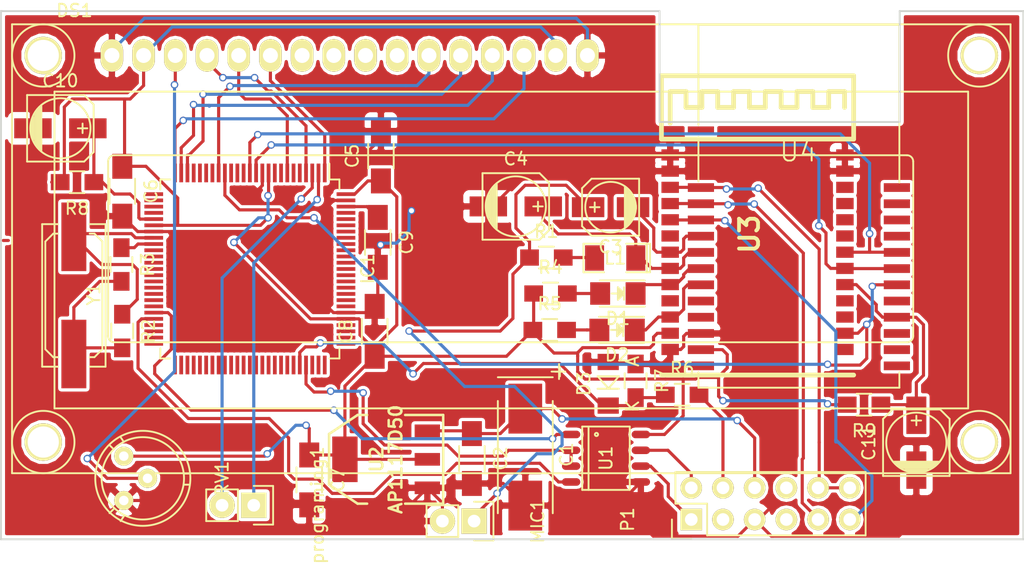
<source format=kicad_pcb>
(kicad_pcb (version 4) (host pcbnew 0.201601061458+6427~40~ubuntu14.04.1-stable)
  (layers (0 F.Cu signal) (31 B.Cu signal) (34 B.Paste user) (35 F.Paste user) (36 B.SilkS user) (37 F.SilkS user) (38 B.Mask user) (39 F.Mask user) (44 Edge.Cuts user))
  (net 0 "")
  (net 1 GND)
  (net 2 +12V)
  (net 3 "Net-(C3-Pad1)")
  (net 4 /MIC)
  (net 5 /MIC_BIAS)
  (net 6 +5V)
  (net 7 "Net-(D1-Pad2)")
  (net 8 /LED1)
  (net 9 "Net-(D2-Pad2)")
  (net 10 /LED2)
  (net 11 "Net-(DS1-Pad3)")
  (net 12 "Net-(L1-Pad2)")
  (net 13 /RS485-A)
  (net 14 /RS485-B)
  (net 15 /ENABLE)
  (net 16 /AUXINL)
  (net 17 GNDA)
  (net 18 /AUXINR)
  (net 19 "Net-(R2-Pad2)")
  (net 20 /ENABLE_5V)
  (net 21 /RS485_ENA)
  (net 22 /BT_WAKE)
  (net 23 /BT_RST)
  (net 24 /BT_TX)
  (net 25 /BT_RX)
  (net 26 /ARD_AREF)
  (net 27 /LCD_RS)
  (net 28 /LCD_RW)
  (net 29 /LCD_E)
  (net 30 /LCD_D4)
  (net 31 /LCD_D5)
  (net 32 /LCD_D6)
  (net 33 /LCD_D7)
  (net 34 "Net-(IC1-Pad33)")
  (net 35 "Net-(IC1-Pad34)")
  (net 36 /RS485_R0)
  (net 37 /RS485_DI)
  (net 38 /RX0)
  (net 39 /TX0)
  (net 40 /ARD_RESET)
  (module Capacitors_Tantalum_SMD:TantalC_SizeD_EIA-7343_HandSoldering (layer F.Cu) (at 224.8916 90.6272 270)
    (fp_text reference C1 (at -0.20066 -3.29946 270) (layer F.SilkS))
    (fp_text value 47u/25V)
    (fp_text user + (at -6.85546 -2.70002 270) (layer F.SilkS))
    (pad 2 smd rect (at 3.88874 0 270) (size 4.0005 2.70002) (layers F.Cu F.Paste F.Mask) (net 1 GND))
    (pad 1 smd rect (at -3.88874 0 270) (size 4.0005 2.70002) (layers F.Cu F.Paste F.Mask) (net 2 +12V))
  )
  (module Capacitors_SMD:C_1206_HandSoldering (layer F.Cu) (at 220.6117 90.7415 270)
    (fp_text reference C2 (at 0 -2.3 270) (layer F.SilkS))
    (fp_text value 100n/50V)
    (pad 1 smd rect (at -2 0 270) (size 2 1.6) (layers F.Cu F.Paste F.Mask) (net 2 +12V))
    (pad 2 smd rect (at 2 0 270) (size 2 1.6) (layers F.Cu F.Paste F.Mask) (net 1 GND))
  )
  (module Capacitors_SMD:c_elec_4x5.3 (layer F.Cu) (at 231.7242 70.5866 180)
    (fp_text reference C3 (at 0 -3.175 180) (layer F.SilkS))
    (fp_text value 1uf/10V)
    (pad 1 smd rect (at 1.80086 0 180) (size 2.60096 1.6002) (layers F.Cu F.Paste F.Mask) (net 3 "Net-(C3-Pad1)"))
    (pad 2 smd rect (at -1.80086 0 180) (size 2.60096 1.6002) (layers F.Cu F.Paste F.Mask) (net 4 /MIC))
  )
  (module Capacitors_SMD:c_elec_5x5.3 (layer F.Cu) (at 224.1296 70.52564)
    (fp_text reference C4 (at 0 -3.81) (layer F.SilkS))
    (fp_text value 4u7/10V)
    (pad 1 smd rect (at 2.19964 0) (size 2.99974 1.6002) (layers F.Cu F.Paste F.Mask) (net 5 /MIC_BIAS))
    (pad 2 smd rect (at -2.19964 0) (size 2.99974 1.6002) (layers F.Cu F.Paste F.Mask) (net 1 GND))
  )
  (module Capacitors_SMD:C_1206_HandSoldering (layer F.Cu) (at 213.32444 66.48196 90)
    (fp_text reference C5 (at 0 -2.3 90) (layer F.SilkS))
    (fp_text value 100n/50V)
    (pad 1 smd rect (at -2 0 90) (size 2 1.6) (layers F.Cu F.Paste F.Mask) (net 6 +5V))
    (pad 2 smd rect (at 2 0 90) (size 2 1.6) (layers F.Cu F.Paste F.Mask) (net 1 GND))
  )
  (module Capacitors_SMD:C_1206_HandSoldering (layer F.Cu) (at 192.60312 69.30644 270)
    (fp_text reference C6 (at 0 -2.3 270) (layer F.SilkS))
    (fp_text value 100n/50V)
    (pad 1 smd rect (at -2 0 270) (size 2 1.6) (layers F.Cu F.Paste F.Mask) (net 6 +5V))
    (pad 2 smd rect (at 2 0 270) (size 2 1.6) (layers F.Cu F.Paste F.Mask) (net 1 GND))
  )
  (module Capacitors_SMD:C_1206_HandSoldering (layer F.Cu) (at 207.5815 92.456 270)
    (fp_text reference C7 (at 0 -2.3 270) (layer F.SilkS))
    (fp_text value 100n/50V)
    (pad 1 smd rect (at -2 0 270) (size 2 1.6) (layers F.Cu F.Paste F.Mask) (net 6 +5V))
    (pad 2 smd rect (at 2 0 270) (size 2 1.6) (layers F.Cu F.Paste F.Mask) (net 1 GND))
  )
  (module Capacitors_SMD:C_1206_HandSoldering (layer F.Cu) (at 212.823 80.541 90)
    (fp_text reference C8 (at 0 -2.3 90) (layer F.SilkS))
    (fp_text value 100n/50V)
    (pad 1 smd rect (at -2 0 90) (size 2 1.6) (layers F.Cu F.Paste F.Mask) (net 6 +5V))
    (pad 2 smd rect (at 2 0 90) (size 2 1.6) (layers F.Cu F.Paste F.Mask) (net 1 GND))
  )
  (module Capacitors_SMD:C_1206_HandSoldering (layer F.Cu) (at 213.07298 73.406 270)
    (fp_text reference C9 (at 0 -2.3 270) (layer F.SilkS))
    (fp_text value 100n/50V)
    (pad 1 smd rect (at -2 0 270) (size 2 1.6) (layers F.Cu F.Paste F.Mask) (net 26 /ARD_AREF))
    (pad 2 smd rect (at 2 0 270) (size 2 1.6) (layers F.Cu F.Paste F.Mask) (net 1 GND))
  )
  (module LEDs:LED-1206 (layer F.Cu) (at 232.3084 77.5081 180)
    (fp_text reference D1 (at 0 -2 180) (layer F.SilkS))
    (fp_text value GREEN)
    (pad 2 smd rect (at 1.41986 0) (size 1.59766 1.80086) (layers F.Cu F.Paste F.Mask) (net 7 "Net-(D1-Pad2)"))
    (pad 1 smd rect (at -1.41986 0) (size 1.59766 1.80086) (layers F.Cu F.Paste F.Mask) (net 8 /LED1))
  )
  (module LEDs:LED-1206 (layer F.Cu) (at 232.2449 80.4291 180)
    (fp_text reference D2 (at 0 -2 180) (layer F.SilkS))
    (fp_text value RED)
    (pad 2 smd rect (at 1.41986 0) (size 1.59766 1.80086) (layers F.Cu F.Paste F.Mask) (net 9 "Net-(D2-Pad2)"))
    (pad 1 smd rect (at -1.41986 0) (size 1.59766 1.80086) (layers F.Cu F.Paste F.Mask) (net 10 /LED2))
  )
  (module WC1602A (layer F.Cu) (at 191.77 58.42)
    (fp_text reference DS1 (at -2.99974 -3.59918) (layer F.SilkS))
    (fp_text value LCD-016N002L)
    (pad 1 thru_hole oval (at 0 0) (size 1.8 2.6) (drill 1.2) (layers *.Cu *.Mask F.SilkS) (net 1 GND))
    (pad 2 thru_hole oval (at 2.54 0) (size 1.8 2.6) (drill 1.2) (layers *.Cu *.Mask F.SilkS) (net 6 +5V))
    (pad 3 thru_hole oval (at 5.08 0) (size 1.8 2.6) (drill 1.2) (layers *.Cu *.Mask F.SilkS) (net 11 "Net-(DS1-Pad3)"))
    (pad 4 thru_hole oval (at 7.62 0) (size 1.8 2.6) (drill 1.2) (layers *.Cu *.Mask F.SilkS) (net 27 /LCD_RS))
    (pad 5 thru_hole oval (at 10.16 0) (size 1.8 2.6) (drill 1.2) (layers *.Cu *.Mask F.SilkS) (net 28 /LCD_RW))
    (pad 6 thru_hole oval (at 12.7 0) (size 1.8 2.6) (drill 1.2) (layers *.Cu *.Mask F.SilkS) (net 29 /LCD_E))
    (pad 7 thru_hole oval (at 15.24 0) (size 1.8 2.6) (drill 1.2) (layers *.Cu *.Mask F.SilkS))
    (pad 8 thru_hole oval (at 17.78 0) (size 1.8 2.6) (drill 1.2) (layers *.Cu *.Mask F.SilkS))
    (pad 9 thru_hole oval (at 20.32 0) (size 1.8 2.6) (drill 1.2) (layers *.Cu *.Mask F.SilkS))
    (pad 10 thru_hole oval (at 22.86 0) (size 1.8 2.6) (drill 1.2) (layers *.Cu *.Mask F.SilkS))
    (pad 11 thru_hole oval (at 25.4 0) (size 1.8 2.6) (drill 1.2) (layers *.Cu *.Mask F.SilkS) (net 30 /LCD_D4))
    (pad 12 thru_hole oval (at 27.94 0) (size 1.8 2.6) (drill 1.2) (layers *.Cu *.Mask F.SilkS) (net 31 /LCD_D5))
    (pad 13 thru_hole oval (at 30.48 0) (size 1.8 2.6) (drill 1.2) (layers *.Cu *.Mask F.SilkS) (net 32 /LCD_D6))
    (pad 14 thru_hole oval (at 33.02 0) (size 1.8 2.6) (drill 1.2) (layers *.Cu *.Mask F.SilkS) (net 33 /LCD_D7))
    (pad 15 thru_hole oval (at 35.56 0) (size 1.8 2.6) (drill 1.2) (layers *.Cu *.Mask F.SilkS) (net 6 +5V))
    (pad 16 thru_hole oval (at 38.1 0) (size 1.8 2.6) (drill 1.2) (layers *.Cu *.Mask F.SilkS) (net 1 GND))
    (pad 0 thru_hole circle (at -5.4991 0) (size 3 3) (drill 2.5) (layers *.Cu *.Mask F.SilkS))
    (pad 0 thru_hole circle (at -5.4991 31.0007) (size 3 3) (drill 2.5) (layers *.Cu *.Mask F.SilkS))
    (pad 0 thru_hole circle (at 69.49948 31.0007) (size 3 3) (drill 2.5) (layers *.Cu *.Mask F.SilkS))
    (pad 0 thru_hole circle (at 69.49948 0) (size 3 3) (drill 2.5) (layers *.Cu *.Mask F.SilkS))
  )
  (module SMD_Packages:SMD-1206_Pol (layer F.Cu) (at 232.0925 74.66076 180)
    (fp_text reference L1 (at 0 0 180) (layer F.SilkS))
    (fp_text value 15nH)
    (pad 1 smd rect (at -1.651 0 180) (size 1.524 2.032) (layers F.Cu F.Paste F.Mask) (net 5 /MIC_BIAS))
    (pad 2 smd rect (at 1.651 0 180) (size 1.524 2.032) (layers F.Cu F.Paste F.Mask) (net 12 "Net-(L1-Pad2)"))
  )
  (module Pin_Headers:Pin_Header_Straight_1x02 (layer F.Cu) (at 220.7895 95.758 270)
    (fp_text reference MIC1 (at 0 -5.1 270) (layer F.SilkS))
    (fp_text value CONN_01X02)
    (pad 1 thru_hole rect (at 0 0 270) (size 2.032 2.032) (drill 1.016) (layers *.Cu *.Mask F.SilkS) (net 3 "Net-(C3-Pad1)"))
    (pad 2 thru_hole oval (at 0 2.54 270) (size 2.032 2.032) (drill 1.016) (layers *.Cu *.Mask F.SilkS) (net 1 GND))
  )
  (module Pin_Headers:Pin_Header_Straight_2x06 (layer F.Cu) (at 238.1885 95.631 90)
    (fp_text reference P1 (at 0 -5.1 90) (layer F.SilkS))
    (fp_text value CONN_02X06)
    (pad 1 thru_hole rect (at 0 0 90) (size 1.7272 1.7272) (drill 1.016) (layers *.Cu *.Mask F.SilkS) (net 13 /RS485-A))
    (pad 2 thru_hole oval (at 2.54 0 90) (size 1.7272 1.7272) (drill 1.016) (layers *.Cu *.Mask F.SilkS) (net 14 /RS485-B))
    (pad 3 thru_hole oval (at 0 2.54 90) (size 1.7272 1.7272) (drill 1.016) (layers *.Cu *.Mask F.SilkS))
    (pad 4 thru_hole oval (at 2.54 2.54 90) (size 1.7272 1.7272) (drill 1.016) (layers *.Cu *.Mask F.SilkS) (net 15 /ENABLE))
    (pad 5 thru_hole oval (at 0 5.08 90) (size 1.7272 1.7272) (drill 1.016) (layers *.Cu *.Mask F.SilkS) (net 1 GND))
    (pad 6 thru_hole oval (at 2.54 5.08 90) (size 1.7272 1.7272) (drill 1.016) (layers *.Cu *.Mask F.SilkS) (net 2 +12V))
    (pad 7 thru_hole oval (at 0 7.62 90) (size 1.7272 1.7272) (drill 1.016) (layers *.Cu *.Mask F.SilkS))
    (pad 8 thru_hole oval (at 2.54 7.62 90) (size 1.7272 1.7272) (drill 1.016) (layers *.Cu *.Mask F.SilkS))
    (pad 9 thru_hole oval (at 0 10.16 90) (size 1.7272 1.7272) (drill 1.016) (layers *.Cu *.Mask F.SilkS) (net 16 /AUXINL))
    (pad 10 thru_hole oval (at 2.54 10.16 90) (size 1.7272 1.7272) (drill 1.016) (layers *.Cu *.Mask F.SilkS) (net 17 GNDA))
    (pad 11 thru_hole oval (at 0 12.7 90) (size 1.7272 1.7272) (drill 1.016) (layers *.Cu *.Mask F.SilkS) (net 18 /AUXINR))
    (pad 12 thru_hole oval (at 2.54 12.7 90) (size 1.7272 1.7272) (drill 1.016) (layers *.Cu *.Mask F.SilkS) (net 17 GNDA))
  )
  (module Resistors_SMD:R_0805_HandSoldering (layer F.Cu) (at 226.5807 74.6252)
    (fp_text reference R1 (at 0 -2.1) (layer F.SilkS))
    (fp_text value 2k7)
    (pad 1 smd rect (at -1.35 0) (size 1.5 1.3) (layers F.Cu F.Paste F.Mask) (net 3 "Net-(C3-Pad1)"))
    (pad 2 smd rect (at 1.35 0) (size 1.5 1.3) (layers F.Cu F.Paste F.Mask) (net 12 "Net-(L1-Pad2)"))
  )
  (module Resistors_SMD:R_0805_HandSoldering (layer F.Cu) (at 192.5955 80.518 270)
    (fp_text reference R2 (at 0 -2.1 270) (layer F.SilkS))
    (fp_text value 1M)
    (pad 1 smd rect (at -1.35 0 270) (size 1.5 1.3) (layers F.Cu F.Paste F.Mask) (net 34 "Net-(IC1-Pad33)"))
    (pad 2 smd rect (at 1.35 0 270) (size 1.5 1.3) (layers F.Cu F.Paste F.Mask) (net 19 "Net-(R2-Pad2)"))
  )
  (module Resistors_SMD:R_0805_HandSoldering (layer F.Cu) (at 192.532 75.184 270)
    (fp_text reference R3 (at 0 -2.1 270) (layer F.SilkS))
    (fp_text value 27R)
    (pad 1 smd rect (at -1.35 0 270) (size 1.5 1.3) (layers F.Cu F.Paste F.Mask) (net 35 "Net-(IC1-Pad34)"))
    (pad 2 smd rect (at 1.35 0 270) (size 1.5 1.3) (layers F.Cu F.Paste F.Mask) (net 19 "Net-(R2-Pad2)"))
  )
  (module Resistors_SMD:R_0805_HandSoldering (layer F.Cu) (at 226.9109 77.5081)
    (fp_text reference R4 (at 0 -2.1) (layer F.SilkS))
    (fp_text value 470)
    (pad 1 smd rect (at -1.35 0) (size 1.5 1.3) (layers F.Cu F.Paste F.Mask) (net 6 +5V))
    (pad 2 smd rect (at 1.35 0) (size 1.5 1.3) (layers F.Cu F.Paste F.Mask) (net 7 "Net-(D1-Pad2)"))
  )
  (module Resistors_SMD:R_0805_HandSoldering (layer F.Cu) (at 226.8474 80.4291)
    (fp_text reference R5 (at 0 -2.1) (layer F.SilkS))
    (fp_text value 470)
    (pad 1 smd rect (at -1.35 0) (size 1.5 1.3) (layers F.Cu F.Paste F.Mask) (net 6 +5V))
    (pad 2 smd rect (at 1.35 0) (size 1.5 1.3) (layers F.Cu F.Paste F.Mask) (net 9 "Net-(D2-Pad2)"))
  )
  (module Resistors_SMD:R_0805_HandSoldering (layer F.Cu) (at 237.45952 85.62848)
    (fp_text reference R6 (at 0 -2.1) (layer F.SilkS))
    (fp_text value 6k8)
    (pad 1 smd rect (at -1.35 0) (size 1.5 1.3) (layers F.Cu F.Paste F.Mask) (net 20 /ENABLE_5V))
    (pad 2 smd rect (at 1.35 0) (size 1.5 1.3) (layers F.Cu F.Paste F.Mask) (net 15 /ENABLE))
  )
  (module Resistors_SMD:R_0805_HandSoldering (layer F.Cu) (at 233.72826 84.50834 270)
    (fp_text reference R7 (at 0 -2.1 270) (layer F.SilkS))
    (fp_text value 4k7)
    (pad 1 smd rect (at -1.35 0 270) (size 1.5 1.3) (layers F.Cu F.Paste F.Mask) (net 1 GND))
    (pad 2 smd rect (at 1.35 0 270) (size 1.5 1.3) (layers F.Cu F.Paste F.Mask) (net 20 /ENABLE_5V))
  )
  (module Potentiometers:Potentiometer_Bourns_3339H_Angular_ScrewUp (layer F.Cu) (at 192.7225 90.551 270)
    (fp_text reference RV1 (at 1.778 -7.874 270) (layer F.SilkS))
    (fp_text value 1k)
    (pad 2 thru_hole circle (at 1.778 -1.905 270) (size 1.524 1.524) (drill 0.762) (layers *.Cu *.Mask F.SilkS) (net 11 "Net-(DS1-Pad3)"))
    (pad 1 thru_hole circle (at 0 0 270) (size 1.524 1.524) (drill 0.762) (layers *.Cu *.Mask F.SilkS) (net 6 +5V))
    (pad 3 thru_hole circle (at 3.556 0 270) (size 1.524 1.524) (drill 0.762) (layers *.Cu *.Mask F.SilkS) (net 1 GND))
  )
  (module SO-8 (layer F.Cu) (at 231.3559 90.7161 270)
    (fp_text reference U1 (at 0 0 270) (layer F.SilkS))
    (fp_text value SP3485CN)
    (pad 1 smd oval (at -1.905 2.794 270) (size 0.6096 1.4732) (layers F.Cu F.Paste F.Mask) (net 36 /RS485_R0))
    (pad 2 smd oval (at -0.635 2.794 270) (size 0.6096 1.4732) (layers F.Cu F.Paste F.Mask) (net 21 /RS485_ENA))
    (pad 3 smd oval (at 0.635 2.794 270) (size 0.6096 1.4732) (layers F.Cu F.Paste F.Mask) (net 21 /RS485_ENA))
    (pad 4 smd oval (at 1.905 2.794 270) (size 0.6096 1.4732) (layers F.Cu F.Paste F.Mask) (net 37 /RS485_DI))
    (pad 5 smd oval (at 1.905 -2.794 270) (size 0.6096 1.4732) (layers F.Cu F.Paste F.Mask) (net 1 GND))
    (pad 6 smd oval (at 0.635 -2.794 270) (size 0.6096 1.4732) (layers F.Cu F.Paste F.Mask) (net 13 /RS485-A))
    (pad 7 smd oval (at -0.635 -2.794 270) (size 0.6096 1.4732) (layers F.Cu F.Paste F.Mask) (net 14 /RS485-B))
    (pad 8 smd oval (at -1.905 -2.794 270) (size 0.6096 1.4732) (layers F.Cu F.Paste F.Mask) (net 6 +5V))
  )
  (module my_modules:SOT-223-REGULATOR (layer F.Cu) (at 213.741 90.805 90)
    (fp_text reference U2 (at 0 -0.762 90) (layer F.SilkS) (effects (font (size 1.016 1.016) (thickness 0.2032))))
    (fp_text value AP1117D50 (at 0 0.762 90) (layer F.SilkS) (effects (font (size 1.016 1.016) (thickness 0.2032))))
    (pad VO smd rect (at 0 -3.302 90) (size 3.6576 2.032) (layers F.Cu F.Paste F.Mask) (net 6 +5V))
    (pad VO smd rect (at 0 3.302 90) (size 1.016 2.032) (layers F.Cu F.Paste F.Mask) (net 6 +5V))
    (pad VI smd rect (at 2.286 3.302 90) (size 1.016 2.032) (layers F.Cu F.Paste F.Mask) (net 2 +12V))
    (pad GND smd rect (at -2.286 3.302 90) (size 1.016 2.032) (layers F.Cu F.Paste F.Mask) (net 1 GND))
  )
  (module my_modules:BLK-MD-SPK-B (layer F.Cu) (at 235.2294 60.0456)
    (fp_text reference U3 (at 7.62 12.7 90) (layer F.SilkS) (effects (font (thickness 0.3048))))
    (fp_text value BLK-MD-SPK-B)
    (pad 1 smd rect (at 1.27 6.35 180) (size 1.4 0.9) (layers F.Cu F.Paste F.Mask) (net 1 GND))
    (pad 2 smd rect (at 1.27 7.65 180) (size 1.4 0.9) (layers F.Cu F.Paste F.Mask) (net 1 GND))
    (pad 3 smd rect (at 1.27 8.95 180) (size 1.4 0.9) (layers F.Cu F.Paste F.Mask) (net 17 GNDA))
    (pad 4 smd rect (at 1.27 10.25 180) (size 1.4 0.9) (layers F.Cu F.Paste F.Mask) (net 16 /AUXINL))
    (pad 5 smd rect (at 1.27 11.55 180) (size 1.4 0.9) (layers F.Cu F.Paste F.Mask) (net 18 /AUXINR))
    (pad 6 smd rect (at 1.27 12.85 180) (size 1.4 0.9) (layers F.Cu F.Paste F.Mask))
    (pad 7 smd rect (at 1.27 14.15 180) (size 1.4 0.9) (layers F.Cu F.Paste F.Mask) (net 4 /MIC))
    (pad 8 smd rect (at 1.27 15.45 180) (size 1.4 0.9) (layers F.Cu F.Paste F.Mask) (net 5 /MIC_BIAS))
    (pad 9 smd rect (at 1.27 16.75 180) (size 1.4 0.9) (layers F.Cu F.Paste F.Mask) (net 8 /LED1))
    (pad 10 smd rect (at 1.27 18.05 180) (size 1.4 0.9) (layers F.Cu F.Paste F.Mask))
    (pad 11 smd rect (at 1.27 19.35 180) (size 1.4 0.9) (layers F.Cu F.Paste F.Mask) (net 10 /LED2))
    (pad 12 smd rect (at 1.27 20.65 180) (size 1.4 0.9) (layers F.Cu F.Paste F.Mask) (net 6 +5V))
    (pad 13 smd rect (at 1.27 21.95 180) (size 1.4 0.9) (layers F.Cu F.Paste F.Mask) (net 1 GND))
    (pad 14 smd rect (at 15.27 21.95 180) (size 1.4 0.9) (layers F.Cu F.Paste F.Mask))
    (pad 15 smd rect (at 15.27 20.65 180) (size 1.4 0.9) (layers F.Cu F.Paste F.Mask) (net 22 /BT_WAKE))
    (pad 16 smd rect (at 15.27 19.35 180) (size 1.4 0.9) (layers F.Cu F.Paste F.Mask))
    (pad 17 smd rect (at 15.27 18.05 180) (size 1.4 0.9) (layers F.Cu F.Paste F.Mask))
    (pad 18 smd rect (at 15.27 16.75 180) (size 1.4 0.9) (layers F.Cu F.Paste F.Mask) (net 23 /BT_RST))
    (pad 19 smd rect (at 15.27 15.45 180) (size 1.4 0.9) (layers F.Cu F.Paste F.Mask) (net 24 /BT_TX))
    (pad 20 smd rect (at 15.27 14.15 180) (size 1.4 0.9) (layers F.Cu F.Paste F.Mask) (net 25 /BT_RX))
    (pad 21 smd rect (at 15.27 12.85 180) (size 1.4 0.9) (layers F.Cu F.Paste F.Mask))
    (pad 22 smd rect (at 15.27 11.55 180) (size 1.4 0.9) (layers F.Cu F.Paste F.Mask))
    (pad 23 smd rect (at 15.27 10.25 180) (size 1.4 0.9) (layers F.Cu F.Paste F.Mask))
    (pad 24 smd rect (at 15.27 8.95 180) (size 1.4 0.9) (layers F.Cu F.Paste F.Mask))
    (pad 25 smd rect (at 15.27 7.65 180) (size 1.4 0.9) (layers F.Cu F.Paste F.Mask) (net 1 GND))
    (pad 26 smd rect (at 15.27 6.35 180) (size 1.4 0.9) (layers F.Cu F.Paste F.Mask) (net 1 GND))
  )
  (module my_modules:S3860M-S (layer F.Cu) (at 238.9624 84.8616)
    (fp_text reference U4 (at 7.8 -18.7) (layer F.SilkS) (effects (font (size 1.5 1.5))))
    (fp_text value XS3860)
    (pad 1 smd rect (at 0 -20.4) (size 2.1 0.7) (layers F.Cu F.Paste F.Mask))
    (pad 2 smd rect (at 0 -15.85) (size 2.1 0.7) (layers F.Cu F.Paste F.Mask) (net 17 GNDA))
    (pad 3 smd rect (at 0 -14.55) (size 2.1 0.7) (layers F.Cu F.Paste F.Mask) (net 16 /AUXINL))
    (pad 4 smd rect (at 0 -13.25) (size 2.1 0.7) (layers F.Cu F.Paste F.Mask) (net 18 /AUXINR))
    (pad 5 smd rect (at 0 -11.95) (size 2.1 0.7) (layers F.Cu F.Paste F.Mask) (net 4 /MIC))
    (pad 6 smd rect (at 0 -10.65) (size 2.1 0.7) (layers F.Cu F.Paste F.Mask) (net 5 /MIC_BIAS))
    (pad 7 smd rect (at 0 -9.35) (size 2.1 0.7) (layers F.Cu F.Paste F.Mask) (net 8 /LED1))
    (pad 8 smd rect (at 0 -8.05) (size 2.1 0.7) (layers F.Cu F.Paste F.Mask) (net 10 /LED2))
    (pad 9 smd rect (at 0 -6.75) (size 2.1 0.7) (layers F.Cu F.Paste F.Mask))
    (pad 10 smd rect (at 0 -5.45) (size 2.1 0.7) (layers F.Cu F.Paste F.Mask))
    (pad 11 smd rect (at 0 -4.15) (size 2.1 0.7) (layers F.Cu F.Paste F.Mask) (net 1 GND))
    (pad 12 smd rect (at 0 -2.85) (size 2.1 0.7) (layers F.Cu F.Paste F.Mask) (net 6 +5V))
    (pad 13 smd rect (at 0 -1.55) (size 2.1 0.7) (layers F.Cu F.Paste F.Mask))
    (pad 25 smd rect (at 15.7 -15.85) (size 2.1 0.7) (layers F.Cu F.Paste F.Mask))
    (pad 24 smd rect (at 15.7 -14.55) (size 2.1 0.7) (layers F.Cu F.Paste F.Mask))
    (pad 23 smd rect (at 15.7 -13.25) (size 2.1 0.7) (layers F.Cu F.Paste F.Mask))
    (pad 22 smd rect (at 15.7 -11.95) (size 2.1 0.7) (layers F.Cu F.Paste F.Mask))
    (pad 21 smd rect (at 15.7 -10.65) (size 2.1 0.7) (layers F.Cu F.Paste F.Mask) (net 25 /BT_RX))
    (pad 20 smd rect (at 15.7 -9.35) (size 2.1 0.7) (layers F.Cu F.Paste F.Mask) (net 24 /BT_TX))
    (pad 19 smd rect (at 15.7 -8.05) (size 2.1 0.7) (layers F.Cu F.Paste F.Mask) (net 22 /BT_WAKE))
    (pad 18 smd rect (at 15.7 -6.75) (size 2.1 0.7) (layers F.Cu F.Paste F.Mask))
    (pad 17 smd rect (at 15.7 -5.45) (size 2.1 0.7) (layers F.Cu F.Paste F.Mask) (net 23 /BT_RST))
    (pad 16 smd rect (at 15.7 -4.15) (size 2.1 0.7) (layers F.Cu F.Paste F.Mask))
    (pad 15 smd rect (at 15.7 -2.85) (size 2.1 0.7) (layers F.Cu F.Paste F.Mask))
    (pad 14 smd rect (at 15.7 -1.55) (size 2.1 0.7) (layers F.Cu F.Paste F.Mask))
  )
  (module Crystals_Oscillators_SMD:Q_49U3HMS (layer F.Cu) (at 188.722 77.6605 270)
    (fp_text reference Y1 (at -0.1 -1.6 270) (layer F.SilkS))
    (fp_text value 16MHz)
    (pad 1 smd rect (at -4.699 0 270) (size 5.4991 1.99898) (layers F.Cu F.Paste F.Mask) (net 34 "Net-(IC1-Pad33)"))
    (pad 2 smd rect (at 4.699 0 270) (size 5.4991 1.99898) (layers F.Cu F.Paste F.Mask) (net 19 "Net-(R2-Pad2)"))
  )
  (module Housings_QFP:TQFP-100_14x14mm_Pitch0.5mm (layer F.Cu) (at 202.823 75.541 270)
    (fp_text reference IC1 (at 0 -9.45 270) (layer F.SilkS))
    (fp_text value ATMEGA2560-A)
    (pad 1 smd rect (at -7.7 -6 270) (size 1.5 0.3) (layers F.Cu F.Paste F.Mask) (net 29 /LCD_E))
    (pad 2 smd rect (at -7.7 -5.5 270) (size 1.5 0.3) (layers F.Cu F.Paste F.Mask) (net 38 /RX0))
    (pad 3 smd rect (at -7.7 -5 270) (size 1.5 0.3) (layers F.Cu F.Paste F.Mask) (net 39 /TX0))
    (pad 4 smd rect (at -7.7 -4.5 270) (size 1.5 0.3) (layers F.Cu F.Paste F.Mask) (net 27 /LCD_RS))
    (pad 5 smd rect (at -7.7 -4 270) (size 1.5 0.3) (layers F.Cu F.Paste F.Mask))
    (pad 6 smd rect (at -7.7 -3.5 270) (size 1.5 0.3) (layers F.Cu F.Paste F.Mask))
    (pad 7 smd rect (at -7.7 -3 270) (size 1.5 0.3) (layers F.Cu F.Paste F.Mask) (net 28 /LCD_RW))
    (pad 8 smd rect (at -7.7 -2.5 270) (size 1.5 0.3) (layers F.Cu F.Paste F.Mask))
    (pad 9 smd rect (at -7.7 -2 270) (size 1.5 0.3) (layers F.Cu F.Paste F.Mask))
    (pad 10 smd rect (at -7.7 -1.5 270) (size 1.5 0.3) (layers F.Cu F.Paste F.Mask) (net 6 +5V))
    (pad 11 smd rect (at -7.7 -1 270) (size 1.5 0.3) (layers F.Cu F.Paste F.Mask) (net 1 GND))
    (pad 12 smd rect (at -7.7 -0.5 270) (size 1.5 0.3) (layers F.Cu F.Paste F.Mask) (net 24 /BT_TX))
    (pad 13 smd rect (at -7.7 0 270) (size 1.5 0.3) (layers F.Cu F.Paste F.Mask) (net 25 /BT_RX))
    (pad 14 smd rect (at -7.7 0.5 270) (size 1.5 0.3) (layers F.Cu F.Paste F.Mask))
    (pad 15 smd rect (at -7.7 1 270) (size 1.5 0.3) (layers F.Cu F.Paste F.Mask))
    (pad 16 smd rect (at -7.7 1.5 270) (size 1.5 0.3) (layers F.Cu F.Paste F.Mask))
    (pad 17 smd rect (at -7.7 2 270) (size 1.5 0.3) (layers F.Cu F.Paste F.Mask) (net 22 /BT_WAKE))
    (pad 18 smd rect (at -7.7 2.5 270) (size 1.5 0.3) (layers F.Cu F.Paste F.Mask) (net 30 /LCD_D4))
    (pad 19 smd rect (at -7.7 3 270) (size 1.5 0.3) (layers F.Cu F.Paste F.Mask))
    (pad 20 smd rect (at -7.7 3.5 270) (size 1.5 0.3) (layers F.Cu F.Paste F.Mask))
    (pad 21 smd rect (at -7.7 4 270) (size 1.5 0.3) (layers F.Cu F.Paste F.Mask))
    (pad 22 smd rect (at -7.7 4.5 270) (size 1.5 0.3) (layers F.Cu F.Paste F.Mask))
    (pad 23 smd rect (at -7.7 5 270) (size 1.5 0.3) (layers F.Cu F.Paste F.Mask) (net 31 /LCD_D5))
    (pad 24 smd rect (at -7.7 5.5 270) (size 1.5 0.3) (layers F.Cu F.Paste F.Mask) (net 32 /LCD_D6))
    (pad 25 smd rect (at -7.7 6 270) (size 1.5 0.3) (layers F.Cu F.Paste F.Mask) (net 33 /LCD_D7))
    (pad 26 smd rect (at -6 7.7) (size 1.5 0.3) (layers F.Cu F.Paste F.Mask))
    (pad 27 smd rect (at -5.5 7.7) (size 1.5 0.3) (layers F.Cu F.Paste F.Mask))
    (pad 28 smd rect (at -5 7.7) (size 1.5 0.3) (layers F.Cu F.Paste F.Mask))
    (pad 29 smd rect (at -4.5 7.7) (size 1.5 0.3) (layers F.Cu F.Paste F.Mask))
    (pad 30 smd rect (at -4 7.7) (size 1.5 0.3) (layers F.Cu F.Paste F.Mask) (net 40 /ARD_RESET))
    (pad 31 smd rect (at -3.5 7.7) (size 1.5 0.3) (layers F.Cu F.Paste F.Mask) (net 6 +5V))
    (pad 32 smd rect (at -3 7.7) (size 1.5 0.3) (layers F.Cu F.Paste F.Mask) (net 1 GND))
    (pad 33 smd rect (at -2.5 7.7) (size 1.5 0.3) (layers F.Cu F.Paste F.Mask) (net 34 "Net-(IC1-Pad33)"))
    (pad 34 smd rect (at -2 7.7) (size 1.5 0.3) (layers F.Cu F.Paste F.Mask) (net 35 "Net-(IC1-Pad34)"))
    (pad 35 smd rect (at -1.5 7.7) (size 1.5 0.3) (layers F.Cu F.Paste F.Mask))
    (pad 36 smd rect (at -1 7.7) (size 1.5 0.3) (layers F.Cu F.Paste F.Mask))
    (pad 37 smd rect (at -0.5 7.7) (size 1.5 0.3) (layers F.Cu F.Paste F.Mask))
    (pad 38 smd rect (at 0 7.7) (size 1.5 0.3) (layers F.Cu F.Paste F.Mask))
    (pad 39 smd rect (at 0.5 7.7) (size 1.5 0.3) (layers F.Cu F.Paste F.Mask))
    (pad 40 smd rect (at 1 7.7) (size 1.5 0.3) (layers F.Cu F.Paste F.Mask))
    (pad 41 smd rect (at 1.5 7.7) (size 1.5 0.3) (layers F.Cu F.Paste F.Mask))
    (pad 42 smd rect (at 2 7.7) (size 1.5 0.3) (layers F.Cu F.Paste F.Mask))
    (pad 43 smd rect (at 2.5 7.7) (size 1.5 0.3) (layers F.Cu F.Paste F.Mask))
    (pad 44 smd rect (at 3 7.7) (size 1.5 0.3) (layers F.Cu F.Paste F.Mask))
    (pad 45 smd rect (at 3.5 7.7) (size 1.5 0.3) (layers F.Cu F.Paste F.Mask) (net 36 /RS485_R0))
    (pad 46 smd rect (at 4 7.7) (size 1.5 0.3) (layers F.Cu F.Paste F.Mask) (net 37 /RS485_DI))
    (pad 47 smd rect (at 4.5 7.7) (size 1.5 0.3) (layers F.Cu F.Paste F.Mask))
    (pad 48 smd rect (at 5 7.7) (size 1.5 0.3) (layers F.Cu F.Paste F.Mask))
    (pad 49 smd rect (at 5.5 7.7) (size 1.5 0.3) (layers F.Cu F.Paste F.Mask))
    (pad 50 smd rect (at 6 7.7) (size 1.5 0.3) (layers F.Cu F.Paste F.Mask))
    (pad 51 smd rect (at 7.7 6 270) (size 1.5 0.3) (layers F.Cu F.Paste F.Mask))
    (pad 52 smd rect (at 7.7 5.5 270) (size 1.5 0.3) (layers F.Cu F.Paste F.Mask))
    (pad 53 smd rect (at 7.7 5 270) (size 1.5 0.3) (layers F.Cu F.Paste F.Mask))
    (pad 54 smd rect (at 7.7 4.5 270) (size 1.5 0.3) (layers F.Cu F.Paste F.Mask))
    (pad 55 smd rect (at 7.7 4 270) (size 1.5 0.3) (layers F.Cu F.Paste F.Mask))
    (pad 56 smd rect (at 7.7 3.5 270) (size 1.5 0.3) (layers F.Cu F.Paste F.Mask))
    (pad 57 smd rect (at 7.7 3 270) (size 1.5 0.3) (layers F.Cu F.Paste F.Mask))
    (pad 58 smd rect (at 7.7 2.5 270) (size 1.5 0.3) (layers F.Cu F.Paste F.Mask))
    (pad 59 smd rect (at 7.7 2 270) (size 1.5 0.3) (layers F.Cu F.Paste F.Mask))
    (pad 60 smd rect (at 7.7 1.5 270) (size 1.5 0.3) (layers F.Cu F.Paste F.Mask))
    (pad 61 smd rect (at 7.7 1 270) (size 1.5 0.3) (layers F.Cu F.Paste F.Mask))
    (pad 62 smd rect (at 7.7 0.5 270) (size 1.5 0.3) (layers F.Cu F.Paste F.Mask))
    (pad 63 smd rect (at 7.7 0 270) (size 1.5 0.3) (layers F.Cu F.Paste F.Mask))
    (pad 64 smd rect (at 7.7 -0.5 270) (size 1.5 0.3) (layers F.Cu F.Paste F.Mask))
    (pad 65 smd rect (at 7.7 -1 270) (size 1.5 0.3) (layers F.Cu F.Paste F.Mask))
    (pad 66 smd rect (at 7.7 -1.5 270) (size 1.5 0.3) (layers F.Cu F.Paste F.Mask))
    (pad 67 smd rect (at 7.7 -2 270) (size 1.5 0.3) (layers F.Cu F.Paste F.Mask))
    (pad 68 smd rect (at 7.7 -2.5 270) (size 1.5 0.3) (layers F.Cu F.Paste F.Mask))
    (pad 69 smd rect (at 7.7 -3 270) (size 1.5 0.3) (layers F.Cu F.Paste F.Mask))
    (pad 70 smd rect (at 7.7 -3.5 270) (size 1.5 0.3) (layers F.Cu F.Paste F.Mask))
    (pad 71 smd rect (at 7.7 -4 270) (size 1.5 0.3) (layers F.Cu F.Paste F.Mask) (net 20 /ENABLE_5V))
    (pad 72 smd rect (at 7.7 -4.5 270) (size 1.5 0.3) (layers F.Cu F.Paste F.Mask) (net 21 /RS485_ENA))
    (pad 73 smd rect (at 7.7 -5 270) (size 1.5 0.3) (layers F.Cu F.Paste F.Mask))
    (pad 74 smd rect (at 7.7 -5.5 270) (size 1.5 0.3) (layers F.Cu F.Paste F.Mask))
    (pad 75 smd rect (at 7.7 -6 270) (size 1.5 0.3) (layers F.Cu F.Paste F.Mask))
    (pad 76 smd rect (at 6 -7.7) (size 1.5 0.3) (layers F.Cu F.Paste F.Mask))
    (pad 77 smd rect (at 5.5 -7.7) (size 1.5 0.3) (layers F.Cu F.Paste F.Mask))
    (pad 78 smd rect (at 5 -7.7) (size 1.5 0.3) (layers F.Cu F.Paste F.Mask))
    (pad 79 smd rect (at 4.5 -7.7) (size 1.5 0.3) (layers F.Cu F.Paste F.Mask))
    (pad 80 smd rect (at 4 -7.7) (size 1.5 0.3) (layers F.Cu F.Paste F.Mask) (net 6 +5V))
    (pad 81 smd rect (at 3.5 -7.7) (size 1.5 0.3) (layers F.Cu F.Paste F.Mask) (net 1 GND))
    (pad 82 smd rect (at 3 -7.7) (size 1.5 0.3) (layers F.Cu F.Paste F.Mask))
    (pad 83 smd rect (at 2.5 -7.7) (size 1.5 0.3) (layers F.Cu F.Paste F.Mask))
    (pad 84 smd rect (at 2 -7.7) (size 1.5 0.3) (layers F.Cu F.Paste F.Mask))
    (pad 85 smd rect (at 1.5 -7.7) (size 1.5 0.3) (layers F.Cu F.Paste F.Mask))
    (pad 86 smd rect (at 1 -7.7) (size 1.5 0.3) (layers F.Cu F.Paste F.Mask))
    (pad 87 smd rect (at 0.5 -7.7) (size 1.5 0.3) (layers F.Cu F.Paste F.Mask))
    (pad 88 smd rect (at 0 -7.7) (size 1.5 0.3) (layers F.Cu F.Paste F.Mask))
    (pad 89 smd rect (at -0.5 -7.7) (size 1.5 0.3) (layers F.Cu F.Paste F.Mask))
    (pad 90 smd rect (at -1 -7.7) (size 1.5 0.3) (layers F.Cu F.Paste F.Mask))
    (pad 91 smd rect (at -1.5 -7.7) (size 1.5 0.3) (layers F.Cu F.Paste F.Mask))
    (pad 92 smd rect (at -2 -7.7) (size 1.5 0.3) (layers F.Cu F.Paste F.Mask))
    (pad 93 smd rect (at -2.5 -7.7) (size 1.5 0.3) (layers F.Cu F.Paste F.Mask))
    (pad 94 smd rect (at -3 -7.7) (size 1.5 0.3) (layers F.Cu F.Paste F.Mask))
    (pad 95 smd rect (at -3.5 -7.7) (size 1.5 0.3) (layers F.Cu F.Paste F.Mask))
    (pad 96 smd rect (at -4 -7.7) (size 1.5 0.3) (layers F.Cu F.Paste F.Mask))
    (pad 97 smd rect (at -4.5 -7.7) (size 1.5 0.3) (layers F.Cu F.Paste F.Mask))
    (pad 98 smd rect (at -5 -7.7) (size 1.5 0.3) (layers F.Cu F.Paste F.Mask) (net 26 /ARD_AREF))
    (pad 99 smd rect (at -5.5 -7.7) (size 1.5 0.3) (layers F.Cu F.Paste F.Mask) (net 1 GND))
    (pad 100 smd rect (at -6 -7.7) (size 1.5 0.3) (layers F.Cu F.Paste F.Mask) (net 6 +5V))
  )
  (module Diodes_SMD:MiniMELF_Standard (layer F.Cu) (at 231.5337 84.7471 90)
    (fp_text reference D3 (at 0 -1.95 90) (layer F.SilkS))
    (fp_text value 5V1)
    (fp_text user K (at -1.8 1.95 90) (layer F.SilkS))
    (fp_text user A (at 1.8 1.95 90) (layer F.SilkS))
    (pad 1 smd rect (at -1.75006 0 90) (size 1.30048 1.69926) (layers F.Cu F.Paste F.Mask) (net 20 /ENABLE_5V))
    (pad 2 smd rect (at 1.75006 0 90) (size 1.30048 1.69926) (layers F.Cu F.Paste F.Mask) (net 1 GND))
  )
  (module Capacitors_SMD:c_elec_5x5.3 (layer F.Cu) (at 187.6425 64.262)
    (fp_text reference C10 (at 0 -3.81) (layer F.SilkS))
    (fp_text value 2u2/10V)
    (pad 1 smd rect (at 2.19964 0) (size 2.99974 1.6002) (layers F.Cu F.Paste F.Mask) (net 40 /ARD_RESET))
    (pad 2 smd rect (at -2.19964 0) (size 2.99974 1.6002) (layers F.Cu F.Paste F.Mask) (net 1 GND))
  )
  (module Capacitors_SMD:c_elec_5x5.3 (layer F.Cu) (at 256.2225 89.4715 90)
    (fp_text reference C11 (at 0 -3.81 90) (layer F.SilkS))
    (fp_text value 2u2/10V)
    (pad 1 smd rect (at 2.19964 0 90) (size 2.99974 1.6002) (layers F.Cu F.Paste F.Mask) (net 23 /BT_RST))
    (pad 2 smd rect (at -2.19964 0 90) (size 2.99974 1.6002) (layers F.Cu F.Paste F.Mask) (net 1 GND))
  )
  (module Pin_Headers:Pin_Header_Straight_1x02 (layer F.Cu) (at 203.1365 94.488 270)
    (fp_text reference programing1 (at 0 -5.1 270) (layer F.SilkS))
    (fp_text value CONN_01X02)
    (pad 1 thru_hole rect (at 0 0 270) (size 2.032 2.032) (drill 1.016) (layers *.Cu *.Mask F.SilkS) (net 38 /RX0))
    (pad 2 thru_hole oval (at 0 2.54 270) (size 2.032 2.032) (drill 1.016) (layers *.Cu *.Mask F.SilkS) (net 39 /TX0))
  )
  (module Resistors_SMD:R_0805_HandSoldering (layer F.Cu) (at 188.976 68.58 180)
    (fp_text reference R8 (at 0 -2.1 180) (layer F.SilkS))
    (fp_text value 4k7)
    (pad 1 smd rect (at -1.35 0 180) (size 1.5 1.3) (layers F.Cu F.Paste F.Mask) (net 40 /ARD_RESET))
    (pad 2 smd rect (at 1.35 0 180) (size 1.5 1.3) (layers F.Cu F.Paste F.Mask) (net 6 +5V))
  )
  (module Resistors_SMD:R_0805_HandSoldering (layer F.Cu) (at 252.0315 86.4235 180)
    (fp_text reference R9 (at 0 -2.1 180) (layer F.SilkS))
    (fp_text value 4k7)
    (pad 1 smd rect (at -1.35 0 180) (size 1.5 1.3) (layers F.Cu F.Paste F.Mask) (net 23 /BT_RST))
    (pad 2 smd rect (at 1.35 0 180) (size 1.5 1.3) (layers F.Cu F.Paste F.Mask) (net 6 +5V))
  )
  (gr_line (start 235.6485 54.864) (end 182.88 54.864) (angle 90) (layer Edge.Cuts) (width 0.15))
  (gr_line (start 235.6485 63.754) (end 235.6485 54.864) (angle 90) (layer Edge.Cuts) (width 0.15))
  (gr_line (start 254.889 54.864) (end 264.795 54.864) (angle 90) (layer Edge.Cuts) (width 0.15))
  (gr_line (start 254.889 63.754) (end 254.889 54.864) (angle 90) (layer Edge.Cuts) (width 0.15))
  (gr_line (start 235.6485 63.754) (end 254.889 63.754) (angle 90) (layer Edge.Cuts) (width 0.15))
  (gr_line (start 183.007 54.864) (end 182.88 54.864) (angle 90) (layer Edge.Cuts) (width 0.15))
  (gr_line (start 182.88 97.2185) (end 182.88 54.864) (angle 90) (layer Edge.Cuts) (width 0.15))
  (gr_line (start 264.795 97.2185) (end 182.88 97.2185) (angle 90) (layer Edge.Cuts) (width 0.15))
  (gr_line (start 264.795 96.52) (end 264.795 97.2185) (angle 90) (layer Edge.Cuts) (width 0.15))
  (gr_line (start 264.795 54.864) (end 264.795 96.52) (angle 90) (layer Edge.Cuts) (width 0.15))
  (segment (start 183.0705 73.25614) (end 183.47436 73.25614) (width 0.25) (layer F.Cu) (net 0))
  (segment (start 243.2685 95.631) (end 244.602 96.9645) (width 0.25) (layer F.Cu) (net 1))
  (segment (start 244.602 96.9645) (end 244.729 96.9645) (width 0.25) (layer F.Cu) (net 1))
  (segment (start 241.8715 96.9645) (end 241.935 96.9645) (width 0.25) (layer F.Cu) (net 1))
  (segment (start 241.935 96.9645) (end 243.2685 95.631) (width 0.25) (layer F.Cu) (net 1))
  (segment (start 191.77 58.42) (end 191.77 58.039) (width 0.25) (layer B.Cu) (net 1))
  (segment (start 191.77 58.039) (end 194.3735 55.4355) (width 0.25) (layer B.Cu) (net 1))
  (segment (start 229.87 56.3245) (end 229.87 58.42) (width 0.25) (layer B.Cu) (net 1))
  (segment (start 228.981 55.4355) (end 229.87 56.3245) (width 0.25) (layer B.Cu) (net 1))
  (segment (start 194.3735 55.4355) (end 228.981 55.4355) (width 0.25) (layer B.Cu) (net 1))
  (segment (start 221.92996 70.52564) (end 216.11336 70.52564) (width 0.25) (layer F.Cu) (net 1))
  (segment (start 215.5825 71.0565) (end 215.5825 72.4535) (width 0.25) (layer B.Cu) (net 1))
  (segment (start 215.773 70.866) (end 215.5825 71.0565) (width 0.25) (layer B.Cu) (net 1))
  (via (at 215.773 70.866) (size 0.6) (drill 0.4) (layers F.Cu B.Cu) (net 1))
  (segment (start 216.11336 70.52564) (end 215.773 70.866) (width 0.25) (layer F.Cu) (net 1))
  (segment (start 218.2495 95.758) (end 218.2495 94.2975) (width 0.25) (layer F.Cu) (net 1))
  (segment (start 218.2495 94.2975) (end 217.043 93.091) (width 0.25) (layer F.Cu) (net 1))
  (segment (start 220.6117 92.7415) (end 223.11716 92.7415) (width 0.25) (layer F.Cu) (net 1))
  (segment (start 223.11716 92.7415) (end 224.8916 94.51594) (width 0.25) (layer F.Cu) (net 1))
  (segment (start 243.2685 95.631) (end 243.586 95.631) (width 0.25) (layer F.Cu) (net 1))
  (segment (start 243.586 95.631) (end 244.602 94.615) (width 0.25) (layer F.Cu) (net 1))
  (segment (start 244.602 94.615) (end 244.602 90.8685) (width 0.25) (layer F.Cu) (net 1))
  (segment (start 244.602 90.8685) (end 244.6274 90.8685) (width 0.25) (layer F.Cu) (net 1))
  (segment (start 244.6274 90.8685) (end 244.6274 84.2961) (width 0.25) (layer F.Cu) (net 1))
  (segment (start 244.6274 84.2961) (end 241.0429 80.7116) (width 0.25) (layer F.Cu) (net 1))
  (segment (start 234.1499 92.6211) (end 234.1499 95.9739) (width 0.25) (layer F.Cu) (net 1))
  (segment (start 234.1499 95.9739) (end 235.1405 96.9645) (width 0.25) (layer F.Cu) (net 1))
  (segment (start 235.1405 96.9645) (end 241.8715 96.9645) (width 0.25) (layer F.Cu) (net 1))
  (segment (start 256.2225 95.5675) (end 256.2225 91.67114) (width 0.25) (layer F.Cu) (net 1))
  (segment (start 254.8255 96.9645) (end 256.2225 95.5675) (width 0.25) (layer F.Cu) (net 1))
  (segment (start 244.729 96.9645) (end 254.8255 96.9645) (width 0.25) (layer F.Cu) (net 1))
  (segment (start 192.7225 94.107) (end 197.104 94.107) (width 0.25) (layer F.Cu) (net 1))
  (segment (start 206.375 94.1705) (end 207.296 94.1705) (width 0.25) (layer F.Cu) (net 1))
  (segment (start 204.2795 92.075) (end 206.375 94.1705) (width 0.25) (layer F.Cu) (net 1))
  (segment (start 199.136 92.075) (end 204.2795 92.075) (width 0.25) (layer F.Cu) (net 1))
  (segment (start 197.104 94.107) (end 199.136 92.075) (width 0.25) (layer F.Cu) (net 1))
  (segment (start 207.296 94.1705) (end 207.5815 94.456) (width 0.25) (layer F.Cu) (net 1))
  (segment (start 185.44286 64.262) (end 185.44286 63.28664) (width 0.25) (layer F.Cu) (net 1))
  (segment (start 190.3095 58.42) (end 191.77 58.42) (width 0.25) (layer F.Cu) (net 1))
  (segment (start 185.44286 63.28664) (end 190.3095 58.42) (width 0.25) (layer F.Cu) (net 1))
  (segment (start 192.60312 71.30644) (end 191.63894 71.30644) (width 0.25) (layer F.Cu) (net 1))
  (segment (start 185.44286 68.47586) (end 185.44286 64.262) (width 0.25) (layer F.Cu) (net 1))
  (segment (start 186.7535 69.7865) (end 185.44286 68.47586) (width 0.25) (layer F.Cu) (net 1))
  (segment (start 190.119 69.7865) (end 186.7535 69.7865) (width 0.25) (layer F.Cu) (net 1))
  (segment (start 191.63894 71.30644) (end 190.119 69.7865) (width 0.25) (layer F.Cu) (net 1))
  (segment (start 203.823 67.841) (end 203.823 68.846) (width 0.25) (layer F.Cu) (net 1))
  (segment (start 206.09052 70.70852) (end 208.87436 70.70852) (width 0.25) (layer F.Cu) (net 1))
  (segment (start 205.6765 70.2945) (end 206.09052 70.70852) (width 0.25) (layer F.Cu) (net 1))
  (segment (start 203.708 70.2945) (end 205.6765 70.2945) (width 0.25) (layer F.Cu) (net 1))
  (segment (start 203.327 69.9135) (end 203.708 70.2945) (width 0.25) (layer F.Cu) (net 1))
  (segment (start 203.327 69.342) (end 203.327 69.9135) (width 0.25) (layer F.Cu) (net 1))
  (segment (start 203.823 68.846) (end 203.327 69.342) (width 0.25) (layer F.Cu) (net 1))
  (segment (start 213.07298 75.406) (end 213.07298 73.82002) (width 0.25) (layer F.Cu) (net 1))
  (segment (start 213.07298 73.82002) (end 213.2965 73.5965) (width 0.25) (layer F.Cu) (net 1))
  (via (at 213.2965 73.5965) (size 0.6) (drill 0.4) (layers F.Cu B.Cu) (net 1))
  (segment (start 213.2965 73.5965) (end 213.4235 73.4695) (width 0.25) (layer B.Cu) (net 1))
  (segment (start 213.4235 73.4695) (end 214.5665 73.4695) (width 0.25) (layer B.Cu) (net 1))
  (segment (start 214.5665 73.4695) (end 215.5825 72.4535) (width 0.25) (layer B.Cu) (net 1))
  (segment (start 250.4994 66.3956) (end 250.4994 67.6956) (width 0.25) (layer F.Cu) (net 1))
  (segment (start 217.043 93.091) (end 220.2622 93.091) (width 0.25) (layer F.Cu) (net 1))
  (segment (start 220.2622 93.091) (end 220.6117 92.7415) (width 0.25) (layer F.Cu) (net 1))
  (segment (start 207.5815 94.456) (end 215.678 94.456) (width 0.25) (layer F.Cu) (net 1))
  (segment (start 215.678 94.456) (end 217.043 93.091) (width 0.25) (layer F.Cu) (net 1))
  (segment (start 231.5337 82.99704) (end 233.56696 82.99704) (width 0.25) (layer F.Cu) (net 1))
  (segment (start 233.56696 82.99704) (end 233.72826 83.15834) (width 0.25) (layer F.Cu) (net 1))
  (segment (start 213.07298 75.406) (end 213.07298 78.29102) (width 0.25) (layer F.Cu) (net 1))
  (segment (start 213.07298 78.29102) (end 212.823 78.541) (width 0.25) (layer F.Cu) (net 1))
  (segment (start 210.523 79.041) (end 209.51572 79.041) (width 0.25) (layer F.Cu) (net 1))
  (segment (start 207.79372 77.319) (end 207.79372 72.541) (width 0.25) (layer F.Cu) (net 1))
  (segment (start 209.51572 79.041) (end 207.79372 77.319) (width 0.25) (layer F.Cu) (net 1))
  (segment (start 208.915 70.66788) (end 208.915 69.48424) (width 0.25) (layer F.Cu) (net 1))
  (segment (start 208.915 69.48424) (end 213.32444 65.0748) (width 0.25) (layer F.Cu) (net 1))
  (segment (start 213.32444 65.0748) (end 213.32444 64.48196) (width 0.25) (layer F.Cu) (net 1))
  (segment (start 195.123 72.541) (end 207.79372 72.541) (width 0.25) (layer F.Cu) (net 1))
  (segment (start 209.54188 70.041) (end 210.523 70.041) (width 0.25) (layer F.Cu) (net 1))
  (segment (start 208.87436 70.70852) (end 208.915 70.66788) (width 0.25) (layer F.Cu) (net 1))
  (segment (start 207.79372 72.541) (end 208.87436 71.46036) (width 0.25) (layer F.Cu) (net 1))
  (segment (start 208.87436 71.46036) (end 208.87436 70.70852) (width 0.25) (layer F.Cu) (net 1))
  (segment (start 208.915 70.66788) (end 209.54188 70.041) (width 0.25) (layer F.Cu) (net 1))
  (segment (start 195.123 72.541) (end 193.83768 72.541) (width 0.25) (layer F.Cu) (net 1))
  (segment (start 193.83768 72.541) (end 192.60312 71.30644) (width 0.25) (layer F.Cu) (net 1))
  (segment (start 210.523 79.041) (end 212.323 79.041) (width 0.25) (layer F.Cu) (net 1))
  (segment (start 212.323 79.041) (end 212.823 78.541) (width 0.25) (layer F.Cu) (net 1))
  (segment (start 233.72826 83.15834) (end 235.84282 83.15834) (width 0.25) (layer F.Cu) (net 1))
  (segment (start 236.4994 82.50176) (end 236.4994 81.9956) (width 0.25) (layer F.Cu) (net 1))
  (segment (start 235.84282 83.15834) (end 236.4994 82.50176) (width 0.25) (layer F.Cu) (net 1))
  (segment (start 221.92996 70.52564) (end 222.25762 70.52564) (width 0.25) (layer F.Cu) (net 1))
  (segment (start 222.25762 70.52564) (end 225.08766 67.6956) (width 0.25) (layer F.Cu) (net 1))
  (segment (start 225.08766 67.6956) (end 236.4994 67.6956) (width 0.25) (layer F.Cu) (net 1))
  (segment (start 224.8916 94.51594) (end 232.25506 94.51594) (width 0.25) (layer F.Cu) (net 1))
  (segment (start 232.25506 94.51594) (end 234.1499 92.6211) (width 0.25) (layer F.Cu) (net 1))
  (segment (start 238.9624 80.7116) (end 241.0429 80.7116) (width 0.25) (layer F.Cu) (net 1))
  (segment (start 242.1509 79.6036) (end 242.1509 67.6956) (width 0.25) (layer F.Cu) (net 1))
  (segment (start 241.0429 80.7116) (end 242.1509 79.6036) (width 0.25) (layer F.Cu) (net 1))
  (segment (start 236.4994 81.9956) (end 237.3459 81.9956) (width 0.25) (layer F.Cu) (net 1))
  (segment (start 237.8044 80.7116) (end 238.9624 80.7116) (width 0.25) (layer F.Cu) (net 1))
  (segment (start 237.5789 80.9371) (end 237.8044 80.7116) (width 0.25) (layer F.Cu) (net 1))
  (segment (start 237.5789 81.7626) (end 237.5789 80.9371) (width 0.25) (layer F.Cu) (net 1))
  (segment (start 237.3459 81.9956) (end 237.5789 81.7626) (width 0.25) (layer F.Cu) (net 1))
  (segment (start 236.4994 66.3956) (end 236.4994 67.6956) (width 0.25) (layer F.Cu) (net 1))
  (segment (start 236.4994 67.6956) (end 242.1509 67.6956) (width 0.25) (layer F.Cu) (net 1))
  (segment (start 242.1509 67.6956) (end 250.4994 67.6956) (width 0.25) (layer F.Cu) (net 1))
  (segment (start 243.2685 93.091) (end 243.2685 89.0905) (width 0.25) (layer F.Cu) (net 2))
  (segment (start 227.00996 86.73846) (end 224.8916 86.73846) (width 0.25) (layer F.Cu) (net 2))
  (segment (start 227.838 87.5665) (end 227.00996 86.73846) (width 0.25) (layer F.Cu) (net 2))
  (via (at 227.838 87.5665) (size 0.6) (drill 0.4) (layers F.Cu B.Cu) (net 2))
  (segment (start 241.7445 87.5665) (end 227.838 87.5665) (width 0.25) (layer B.Cu) (net 2))
  (segment (start 241.8715 87.6935) (end 241.7445 87.5665) (width 0.25) (layer B.Cu) (net 2))
  (via (at 241.8715 87.6935) (size 0.6) (drill 0.4) (layers F.Cu B.Cu) (net 2))
  (segment (start 243.2685 89.0905) (end 241.8715 87.6935) (width 0.25) (layer F.Cu) (net 2))
  (segment (start 220.6117 88.7415) (end 222.88856 88.7415) (width 0.25) (layer F.Cu) (net 2))
  (segment (start 222.88856 88.7415) (end 224.8916 86.73846) (width 0.25) (layer F.Cu) (net 2))
  (segment (start 217.043 88.519) (end 220.3892 88.519) (width 0.25) (layer F.Cu) (net 2))
  (segment (start 220.3892 88.519) (end 220.6117 88.7415) (width 0.25) (layer F.Cu) (net 2))
  (segment (start 224.8916 86.73846) (end 225.98126 86.73846) (width 0.25) (layer F.Cu) (net 2))
  (segment (start 215.5825 80.518) (end 222.885 80.518) (width 0.25) (layer F.Cu) (net 3))
  (segment (start 223.901 75.9549) (end 225.2307 74.6252) (width 0.25) (layer F.Cu) (net 3))
  (segment (start 223.901 79.502) (end 223.901 75.9549) (width 0.25) (layer F.Cu) (net 3))
  (segment (start 222.885 80.518) (end 223.901 79.502) (width 0.25) (layer F.Cu) (net 3))
  (segment (start 220.7895 95.758) (end 220.7895 95.377) (width 0.25) (layer F.Cu) (net 3))
  (segment (start 220.7895 95.377) (end 222.631 93.5355) (width 0.25) (layer F.Cu) (net 3))
  (via (at 222.631 93.5355) (size 0.6) (drill 0.4) (layers F.Cu B.Cu) (net 3))
  (segment (start 222.631 93.5355) (end 225.806 90.3605) (width 0.25) (layer B.Cu) (net 3))
  (segment (start 225.806 90.3605) (end 227.1395 90.3605) (width 0.25) (layer B.Cu) (net 3))
  (segment (start 227.1395 90.3605) (end 227.838 89.662) (width 0.25) (layer B.Cu) (net 3))
  (segment (start 227.838 89.662) (end 227.838 88.773) (width 0.25) (layer B.Cu) (net 3))
  (segment (start 227.838 88.773) (end 224.028 84.963) (width 0.25) (layer B.Cu) (net 3))
  (segment (start 224.028 84.963) (end 220.0275 84.963) (width 0.25) (layer B.Cu) (net 3))
  (segment (start 220.0275 84.963) (end 215.5825 80.518) (width 0.25) (layer B.Cu) (net 3))
  (via (at 215.5825 80.518) (size 0.6) (drill 0.4) (layers F.Cu B.Cu) (net 3))
  (segment (start 224.7227 74.1172) (end 225.2307 74.6252) (width 0.25) (layer F.Cu) (net 3))
  (segment (start 225.2307 74.6252) (end 225.2307 73.3514) (width 0.25) (layer F.Cu) (net 3))
  (segment (start 228.16312 68.82638) (end 229.92334 70.5866) (width 0.25) (layer F.Cu) (net 3))
  (segment (start 224.88144 68.82638) (end 228.16312 68.82638) (width 0.25) (layer F.Cu) (net 3))
  (segment (start 224.1423 69.56552) (end 224.88144 68.82638) (width 0.25) (layer F.Cu) (net 3))
  (segment (start 224.1423 72.263) (end 224.1423 69.56552) (width 0.25) (layer F.Cu) (net 3))
  (segment (start 225.2307 73.3514) (end 224.1423 72.263) (width 0.25) (layer F.Cu) (net 3))
  (segment (start 236.4994 74.1956) (end 235.4348 74.1956) (width 0.25) (layer F.Cu) (net 4))
  (segment (start 235.18368 72.24522) (end 233.52506 70.5866) (width 0.25) (layer F.Cu) (net 4))
  (segment (start 235.18368 73.94448) (end 235.18368 72.24522) (width 0.25) (layer F.Cu) (net 4))
  (segment (start 235.4348 74.1956) (end 235.18368 73.94448) (width 0.25) (layer F.Cu) (net 4))
  (segment (start 236.4994 74.1956) (end 237.3354 74.1956) (width 0.25) (layer F.Cu) (net 4))
  (segment (start 237.7939 72.9116) (end 238.9624 72.9116) (width 0.25) (layer F.Cu) (net 4))
  (segment (start 237.5789 73.1266) (end 237.7939 72.9116) (width 0.25) (layer F.Cu) (net 4))
  (segment (start 237.5789 73.9521) (end 237.5789 73.1266) (width 0.25) (layer F.Cu) (net 4))
  (segment (start 237.3354 74.1956) (end 237.5789 73.9521) (width 0.25) (layer F.Cu) (net 4))
  (segment (start 226.32924 70.52564) (end 226.32924 71.5518) (width 0.25) (layer F.Cu) (net 5))
  (segment (start 233.7435 73.23836) (end 233.7435 74.66076) (width 0.25) (layer F.Cu) (net 5))
  (segment (start 233.23804 72.7329) (end 233.7435 73.23836) (width 0.25) (layer F.Cu) (net 5))
  (segment (start 227.51034 72.7329) (end 233.23804 72.7329) (width 0.25) (layer F.Cu) (net 5))
  (segment (start 226.32924 71.5518) (end 227.51034 72.7329) (width 0.25) (layer F.Cu) (net 5))
  (segment (start 233.7435 74.66076) (end 234.19308 74.66076) (width 0.25) (layer F.Cu) (net 5))
  (segment (start 234.19308 74.66076) (end 235.02792 75.4956) (width 0.25) (layer F.Cu) (net 5))
  (segment (start 235.02792 75.4956) (end 236.4994 75.4956) (width 0.25) (layer F.Cu) (net 5))
  (segment (start 238.9624 74.2116) (end 238.0179 74.2116) (width 0.25) (layer F.Cu) (net 5))
  (segment (start 238.0179 74.2116) (end 237.5789 74.6506) (width 0.25) (layer F.Cu) (net 5))
  (segment (start 237.5789 74.6506) (end 237.5789 75.2221) (width 0.25) (layer F.Cu) (net 5))
  (segment (start 237.5789 75.2221) (end 237.3054 75.4956) (width 0.25) (layer F.Cu) (net 5))
  (segment (start 237.3054 75.4956) (end 236.4994 75.4956) (width 0.25) (layer F.Cu) (net 5))
  (segment (start 229.08768 82.28076) (end 229.08768 82.25282) (width 0.25) (layer F.Cu) (net 6))
  (segment (start 234.8865 81.8515) (end 235.1659 81.5721) (width 0.25) (layer F.Cu) (net 6))
  (segment (start 229.489 81.8515) (end 234.8865 81.8515) (width 0.25) (layer F.Cu) (net 6))
  (segment (start 229.08768 82.25282) (end 229.489 81.8515) (width 0.25) (layer F.Cu) (net 6))
  (segment (start 227.33 58.42) (end 227.33 57.3405) (width 0.25) (layer B.Cu) (net 6))
  (segment (start 227.33 57.3405) (end 226.1235 56.134) (width 0.25) (layer B.Cu) (net 6))
  (segment (start 226.1235 56.134) (end 196.596 56.134) (width 0.25) (layer B.Cu) (net 6))
  (segment (start 196.596 56.134) (end 194.31 58.42) (width 0.25) (layer B.Cu) (net 6))
  (segment (start 192.7225 90.551) (end 204.0255 90.551) (width 0.25) (layer F.Cu) (net 6))
  (segment (start 207.5815 88.3285) (end 207.5815 90.456) (width 0.25) (layer F.Cu) (net 6))
  (segment (start 207.3275 88.0745) (end 207.5815 88.3285) (width 0.25) (layer F.Cu) (net 6))
  (via (at 207.3275 88.0745) (size 0.6) (drill 0.4) (layers F.Cu B.Cu) (net 6))
  (segment (start 206.502 88.0745) (end 207.3275 88.0745) (width 0.25) (layer B.Cu) (net 6))
  (segment (start 204.216 90.3605) (end 206.502 88.0745) (width 0.25) (layer B.Cu) (net 6))
  (via (at 204.216 90.3605) (size 0.6) (drill 0.4) (layers F.Cu B.Cu) (net 6))
  (segment (start 204.0255 90.551) (end 204.216 90.3605) (width 0.25) (layer F.Cu) (net 6))
  (segment (start 187.96 62.5475) (end 187.96 68.246) (width 0.25) (layer F.Cu) (net 6))
  (segment (start 187.96 68.246) (end 187.626 68.58) (width 0.25) (layer F.Cu) (net 6))
  (segment (start 192.786 61.9125) (end 192.786 67.12356) (width 0.25) (layer F.Cu) (net 6))
  (segment (start 192.786 67.12356) (end 192.60312 67.30644) (width 0.25) (layer F.Cu) (net 6))
  (segment (start 194.31 60.833) (end 194.31 58.42) (width 0.25) (layer F.Cu) (net 6))
  (segment (start 193.2305 61.9125) (end 194.31 60.833) (width 0.25) (layer F.Cu) (net 6))
  (segment (start 188.595 61.9125) (end 192.786 61.9125) (width 0.25) (layer F.Cu) (net 6))
  (segment (start 192.786 61.9125) (end 193.2305 61.9125) (width 0.25) (layer F.Cu) (net 6))
  (segment (start 187.96 62.5475) (end 188.595 61.9125) (width 0.25) (layer F.Cu) (net 6))
  (segment (start 204.2795 71.4375) (end 203.5175 71.4375) (width 0.25) (layer B.Cu) (net 6))
  (segment (start 207.684 79.541) (end 210.523 79.541) (width 0.25) (layer F.Cu) (net 6))
  (segment (start 201.549 73.406) (end 207.684 79.541) (width 0.25) (layer F.Cu) (net 6))
  (via (at 201.549 73.406) (size 0.6) (drill 0.4) (layers F.Cu B.Cu) (net 6))
  (segment (start 203.5175 71.4375) (end 201.549 73.406) (width 0.25) (layer B.Cu) (net 6))
  (segment (start 225.4974 80.4291) (end 225.4974 80.5904) (width 0.25) (layer F.Cu) (net 6))
  (segment (start 225.4974 80.5904) (end 227.18776 82.28076) (width 0.25) (layer F.Cu) (net 6))
  (segment (start 227.18776 82.28076) (end 229.08768 82.28076) (width 0.25) (layer F.Cu) (net 6))
  (segment (start 187.626 68.58) (end 186.944 68.58) (width 0.25) (layer F.Cu) (net 6))
  (segment (start 192.60312 67.30644) (end 194.49694 67.30644) (width 0.25) (layer F.Cu) (net 6))
  (segment (start 197.0405 69.85) (end 197.0405 72.041) (width 0.25) (layer F.Cu) (net 6))
  (segment (start 194.49694 67.30644) (end 197.0405 69.85) (width 0.25) (layer F.Cu) (net 6))
  (segment (start 187.626 68.58) (end 187.626 68.279) (width 0.25) (layer F.Cu) (net 6))
  (segment (start 250.6815 86.4235) (end 249.174 86.4235) (width 0.25) (layer F.Cu) (net 6))
  (segment (start 240.37925 84.30895) (end 240.3094 84.2391) (width 0.25) (layer F.Cu) (net 6))
  (segment (start 240.37925 85.75675) (end 240.37925 84.30895) (width 0.25) (layer F.Cu) (net 6))
  (segment (start 240.7285 86.106) (end 240.37925 85.75675) (width 0.25) (layer F.Cu) (net 6))
  (via (at 240.7285 86.106) (size 0.6) (drill 0.4) (layers F.Cu B.Cu) (net 6))
  (segment (start 248.8565 86.106) (end 240.7285 86.106) (width 0.25) (layer B.Cu) (net 6))
  (segment (start 249.1105 86.36) (end 248.8565 86.106) (width 0.25) (layer B.Cu) (net 6))
  (via (at 249.1105 86.36) (size 0.6) (drill 0.4) (layers F.Cu B.Cu) (net 6))
  (segment (start 249.174 86.4235) (end 249.1105 86.36) (width 0.25) (layer F.Cu) (net 6))
  (segment (start 212.823 82.541) (end 223.3855 82.541) (width 0.25) (layer F.Cu) (net 6))
  (segment (start 223.3855 82.541) (end 225.4974 80.4291) (width 0.25) (layer F.Cu) (net 6))
  (segment (start 210.439 90.805) (end 210.439 84.925) (width 0.25) (layer F.Cu) (net 6))
  (segment (start 210.439 84.925) (end 212.823 82.541) (width 0.25) (layer F.Cu) (net 6))
  (segment (start 207.5815 90.456) (end 210.09 90.456) (width 0.25) (layer F.Cu) (net 6))
  (segment (start 210.09 90.456) (end 210.439 90.805) (width 0.25) (layer F.Cu) (net 6))
  (segment (start 210.439 90.805) (end 217.043 90.805) (width 0.25) (layer F.Cu) (net 6))
  (segment (start 234.43692 84.37118) (end 229.68204 84.37118) (width 0.25) (layer F.Cu) (net 6))
  (segment (start 235.1659 81.0006) (end 235.1659 81.5721) (width 0.25) (layer F.Cu) (net 6))
  (segment (start 235.4709 80.6956) (end 236.4994 80.6956) (width 0.25) (layer F.Cu) (net 6))
  (segment (start 235.4709 80.6956) (end 235.1659 81.0006) (width 0.25) (layer F.Cu) (net 6))
  (segment (start 229.08768 82.28076) (end 229.08768 82.51952) (width 0.25) (layer F.Cu) (net 6))
  (segment (start 229.08768 83.77682) (end 229.08768 82.51952) (width 0.25) (layer F.Cu) (net 6))
  (segment (start 229.68204 84.37118) (end 229.08768 83.77682) (width 0.25) (layer F.Cu) (net 6))
  (segment (start 212.823 82.541) (end 212.823 81.80684) (width 0.25) (layer F.Cu) (net 6))
  (segment (start 212.823 81.80684) (end 214.59444 80.0354) (width 0.25) (layer F.Cu) (net 6))
  (segment (start 214.59444 69.75196) (end 213.32444 68.48196) (width 0.25) (layer F.Cu) (net 6))
  (segment (start 214.59444 80.0354) (end 214.59444 69.75196) (width 0.25) (layer F.Cu) (net 6))
  (segment (start 210.523 69.541) (end 211.22044 69.541) (width 0.25) (layer F.Cu) (net 6))
  (segment (start 211.22044 69.541) (end 212.27948 68.48196) (width 0.25) (layer F.Cu) (net 6))
  (segment (start 212.27948 68.48196) (end 213.32444 68.48196) (width 0.25) (layer F.Cu) (net 6))
  (segment (start 234.43692 84.37118) (end 234.442 84.3661) (width 0.25) (layer F.Cu) (net 6))
  (segment (start 236.1184 84.3661) (end 234.442 84.3661) (width 0.25) (layer F.Cu) (net 6))
  (segment (start 236.1184 84.3661) (end 237.5408 84.3661) (width 0.25) (layer F.Cu) (net 6))
  (segment (start 234.1499 88.8111) (end 236.04474 88.8111) (width 0.25) (layer F.Cu) (net 6))
  (segment (start 237.5408 87.31504) (end 237.5408 84.3661) (width 0.25) (layer F.Cu) (net 6))
  (segment (start 236.04474 88.8111) (end 237.5408 87.31504) (width 0.25) (layer F.Cu) (net 6))
  (segment (start 225.5609 77.5081) (end 225.5609 80.3656) (width 0.25) (layer F.Cu) (net 6))
  (segment (start 225.5609 80.3656) (end 225.4974 80.4291) (width 0.25) (layer F.Cu) (net 6))
  (segment (start 237.5408 84.3661) (end 238.5314 84.3661) (width 0.25) (layer F.Cu) (net 6))
  (segment (start 234.1499 88.8111) (end 234.1499 88.7476) (width 0.25) (layer F.Cu) (net 6))
  (segment (start 238.5314 84.3661) (end 238.6584 84.2391) (width 0.25) (layer F.Cu) (net 6))
  (segment (start 238.6584 84.2391) (end 240.3094 84.2391) (width 0.25) (layer F.Cu) (net 6))
  (segment (start 240.3094 84.2391) (end 241.0714 83.4771) (width 0.25) (layer F.Cu) (net 6))
  (segment (start 241.0714 83.4771) (end 241.0714 82.3976) (width 0.25) (layer F.Cu) (net 6))
  (segment (start 241.0714 82.3976) (end 240.6854 82.0116) (width 0.25) (layer F.Cu) (net 6))
  (segment (start 240.6854 82.0116) (end 238.9624 82.0116) (width 0.25) (layer F.Cu) (net 6))
  (segment (start 204.323 67.841) (end 204.323 69.616) (width 0.25) (layer F.Cu) (net 6))
  (segment (start 204.323 69.616) (end 204.2795 69.6595) (width 0.25) (layer F.Cu) (net 6))
  (via (at 204.2795 69.6595) (size 0.6) (drill 0.4) (layers F.Cu B.Cu) (net 6))
  (segment (start 204.2795 69.6595) (end 204.2795 71.4375) (width 0.25) (layer B.Cu) (net 6))
  (via (at 204.2795 71.4375) (size 0.6) (drill 0.4) (layers F.Cu B.Cu) (net 6))
  (segment (start 204.2795 71.4375) (end 203.676 72.041) (width 0.25) (layer F.Cu) (net 6))
  (segment (start 203.676 72.041) (end 197.0405 72.041) (width 0.25) (layer F.Cu) (net 6))
  (segment (start 197.0405 72.041) (end 195.123 72.041) (width 0.25) (layer F.Cu) (net 6))
  (segment (start 210.523 79.541) (end 211.5575 79.541) (width 0.25) (layer F.Cu) (net 6))
  (segment (start 211.5575 79.541) (end 211.6455 79.629) (width 0.25) (layer F.Cu) (net 6))
  (segment (start 211.6455 79.629) (end 211.6455 80.8355) (width 0.25) (layer F.Cu) (net 6))
  (segment (start 211.6455 80.8355) (end 212.823 82.013) (width 0.25) (layer F.Cu) (net 6))
  (segment (start 212.823 82.013) (end 212.823 82.541) (width 0.25) (layer F.Cu) (net 6))
  (segment (start 230.88854 77.5081) (end 228.2609 77.5081) (width 0.25) (layer F.Cu) (net 7))
  (segment (start 236.4994 76.7956) (end 234.44076 76.7956) (width 0.25) (layer F.Cu) (net 8))
  (segment (start 234.44076 76.7956) (end 233.72826 77.5081) (width 0.25) (layer F.Cu) (net 8))
  (segment (start 236.4994 76.7956) (end 236.9579 76.7956) (width 0.25) (layer F.Cu) (net 8))
  (segment (start 236.9579 76.7956) (end 237.5789 76.1746) (width 0.25) (layer F.Cu) (net 8))
  (segment (start 237.5789 76.1746) (end 237.5789 75.9841) (width 0.25) (layer F.Cu) (net 8))
  (segment (start 237.5789 75.9841) (end 238.0514 75.5116) (width 0.25) (layer F.Cu) (net 8))
  (segment (start 238.0514 75.5116) (end 238.9624 75.5116) (width 0.25) (layer F.Cu) (net 8))
  (segment (start 228.1974 80.4291) (end 229.8319 80.4291) (width 0.25) (layer F.Cu) (net 9))
  (segment (start 229.8319 80.4291) (end 230.82504 80.4291) (width 0.25) (layer F.Cu) (net 9))
  (segment (start 233.66476 80.4291) (end 234.5309 80.4291) (width 0.25) (layer F.Cu) (net 10))
  (segment (start 235.5644 79.3956) (end 236.4994 79.3956) (width 0.25) (layer F.Cu) (net 10))
  (segment (start 234.5309 80.4291) (end 235.5644 79.3956) (width 0.25) (layer F.Cu) (net 10))
  (segment (start 236.4994 79.3956) (end 236.9614 79.3956) (width 0.25) (layer F.Cu) (net 10))
  (segment (start 236.9614 79.3956) (end 237.5789 78.7781) (width 0.25) (layer F.Cu) (net 10))
  (segment (start 237.5789 78.7781) (end 237.5789 77.1271) (width 0.25) (layer F.Cu) (net 10))
  (segment (start 237.5789 77.1271) (end 237.8944 76.8116) (width 0.25) (layer F.Cu) (net 10))
  (segment (start 237.8944 76.8116) (end 238.9624 76.8116) (width 0.25) (layer F.Cu) (net 10))
  (segment (start 194.6275 92.329) (end 191.389 92.329) (width 0.25) (layer F.Cu) (net 11))
  (segment (start 196.85 60.706) (end 196.85 58.42) (width 0.25) (layer F.Cu) (net 11))
  (segment (start 196.7865 60.7695) (end 196.85 60.706) (width 0.25) (layer F.Cu) (net 11))
  (via (at 196.7865 60.7695) (size 0.6) (drill 0.4) (layers F.Cu B.Cu) (net 11))
  (segment (start 196.7865 83.7565) (end 196.7865 60.7695) (width 0.25) (layer B.Cu) (net 11))
  (segment (start 189.8015 90.7415) (end 196.7865 83.7565) (width 0.25) (layer B.Cu) (net 11))
  (via (at 189.8015 90.7415) (size 0.6) (drill 0.4) (layers F.Cu B.Cu) (net 11))
  (segment (start 191.389 92.329) (end 189.8015 90.7415) (width 0.25) (layer F.Cu) (net 11))
  (segment (start 227.9307 74.6252) (end 230.40594 74.6252) (width 0.25) (layer F.Cu) (net 12))
  (segment (start 230.40594 74.6252) (end 230.4415 74.66076) (width 0.25) (layer F.Cu) (net 12))
  (segment (start 234.1499 91.3511) (end 234.9246 91.3511) (width 0.25) (layer F.Cu) (net 13))
  (segment (start 236.347 93.7895) (end 238.1885 95.631) (width 0.25) (layer F.Cu) (net 13))
  (segment (start 236.347 92.7735) (end 236.347 93.7895) (width 0.25) (layer F.Cu) (net 13))
  (segment (start 234.9246 91.3511) (end 236.347 92.7735) (width 0.25) (layer F.Cu) (net 13))
  (segment (start 234.1499 90.0811) (end 236.3216 90.0811) (width 0.25) (layer F.Cu) (net 14))
  (segment (start 238.1885 91.948) (end 238.1885 93.091) (width 0.25) (layer F.Cu) (net 14))
  (segment (start 236.3216 90.0811) (end 238.1885 91.948) (width 0.25) (layer F.Cu) (net 14))
  (segment (start 240.7285 93.091) (end 240.7285 87.54746) (width 0.25) (layer F.Cu) (net 15))
  (segment (start 240.7285 87.54746) (end 238.80952 85.62848) (width 0.25) (layer F.Cu) (net 15))
  (segment (start 248.3485 95.631) (end 248.3485 95.5675) (width 0.25) (layer F.Cu) (net 16))
  (segment (start 248.3485 95.5675) (end 247.0785 94.2975) (width 0.25) (layer F.Cu) (net 16))
  (segment (start 247.0785 94.2975) (end 247.0785 90.805) (width 0.25) (layer F.Cu) (net 16))
  (segment (start 247.0785 90.805) (end 247.1674 90.7161) (width 0.25) (layer F.Cu) (net 16))
  (segment (start 238.9624 70.3116) (end 241.0504 70.3116) (width 0.25) (layer F.Cu) (net 16))
  (segment (start 247.1674 74.2696) (end 247.1674 90.7161) (width 0.25) (layer F.Cu) (net 16))
  (segment (start 243.2304 70.3326) (end 247.1674 74.2696) (width 0.25) (layer F.Cu) (net 16))
  (via (at 243.2304 70.3326) (size 0.6) (drill 0.4) (layers F.Cu B.Cu) (net 16))
  (segment (start 241.1984 70.3326) (end 243.2304 70.3326) (width 0.25) (layer B.Cu) (net 16))
  (segment (start 241.1349 70.3961) (end 241.1984 70.3326) (width 0.25) (layer B.Cu) (net 16))
  (via (at 241.1349 70.3961) (size 0.6) (drill 0.4) (layers F.Cu B.Cu) (net 16))
  (segment (start 241.0504 70.3116) (end 241.1349 70.3961) (width 0.25) (layer F.Cu) (net 16))
  (segment (start 236.4994 70.2956) (end 238.9464 70.2956) (width 0.25) (layer F.Cu) (net 16))
  (segment (start 238.9464 70.2956) (end 238.9624 70.3116) (width 0.25) (layer F.Cu) (net 16))
  (segment (start 250.8885 93.091) (end 248.3485 93.091) (width 0.25) (layer F.Cu) (net 17))
  (segment (start 248.3485 93.091) (end 248.4374 93.0021) (width 0.25) (layer F.Cu) (net 17))
  (segment (start 248.4374 93.0021) (end 248.4374 89.4461) (width 0.25) (layer F.Cu) (net 17))
  (segment (start 248.4374 89.4461) (end 248.4374 73.9521) (width 0.25) (layer F.Cu) (net 17))
  (segment (start 240.8934 69.0116) (end 238.9624 69.0116) (width 0.25) (layer F.Cu) (net 17))
  (segment (start 241.0079 69.1261) (end 240.8934 69.0116) (width 0.25) (layer F.Cu) (net 17))
  (via (at 241.0079 69.1261) (size 0.6) (drill 0.4) (layers F.Cu B.Cu) (net 17))
  (segment (start 243.4844 69.1261) (end 241.0079 69.1261) (width 0.25) (layer B.Cu) (net 17))
  (segment (start 243.5479 69.0626) (end 243.4844 69.1261) (width 0.25) (layer B.Cu) (net 17))
  (via (at 243.5479 69.0626) (size 0.6) (drill 0.4) (layers F.Cu B.Cu) (net 17))
  (segment (start 248.4374 73.9521) (end 243.5479 69.0626) (width 0.25) (layer F.Cu) (net 17))
  (segment (start 236.4994 68.9956) (end 238.9464 68.9956) (width 0.25) (layer F.Cu) (net 17))
  (segment (start 238.9464 68.9956) (end 238.9624 69.0116) (width 0.25) (layer F.Cu) (net 17))
  (segment (start 250.8885 95.631) (end 251.1425 95.631) (width 0.25) (layer B.Cu) (net 18))
  (segment (start 251.1425 95.631) (end 252.6665 94.107) (width 0.25) (layer B.Cu) (net 18))
  (segment (start 252.6665 94.107) (end 252.6665 92.1385) (width 0.25) (layer B.Cu) (net 18))
  (segment (start 252.6665 92.1385) (end 249.7709 89.2429) (width 0.25) (layer B.Cu) (net 18))
  (segment (start 249.7709 89.2429) (end 249.7709 89.3064) (width 0.25) (layer B.Cu) (net 18))
  (segment (start 249.7709 89.3064) (end 249.8725 89.408) (width 0.25) (layer B.Cu) (net 18))
  (segment (start 249.8725 89.408) (end 249.7709 89.408) (width 0.25) (layer B.Cu) (net 18))
  (segment (start 249.7709 89.408) (end 249.7709 80.5561) (width 0.25) (layer B.Cu) (net 18))
  (segment (start 249.7709 80.5561) (end 240.8809 71.6661) (width 0.25) (layer B.Cu) (net 18))
  (via (at 240.8809 71.6661) (size 0.6) (drill 0.4) (layers F.Cu B.Cu) (net 18))
  (segment (start 240.8809 71.6661) (end 240.8264 71.6116) (width 0.25) (layer F.Cu) (net 18))
  (segment (start 240.8264 71.6116) (end 238.9624 71.6116) (width 0.25) (layer F.Cu) (net 18))
  (segment (start 238.9624 71.6116) (end 236.5154 71.6116) (width 0.25) (layer F.Cu) (net 18))
  (segment (start 236.5154 71.6116) (end 236.4994 71.5956) (width 0.25) (layer F.Cu) (net 18))
  (segment (start 192.5955 81.868) (end 189.2135 81.868) (width 0.25) (layer F.Cu) (net 19))
  (segment (start 189.2135 81.868) (end 188.722 82.3595) (width 0.25) (layer F.Cu) (net 19))
  (segment (start 192.532 76.534) (end 190.801 76.534) (width 0.25) (layer F.Cu) (net 19))
  (segment (start 188.722 78.613) (end 188.722 82.3595) (width 0.25) (layer F.Cu) (net 19))
  (segment (start 190.801 76.534) (end 188.722 78.613) (width 0.25) (layer F.Cu) (net 19))
  (segment (start 231.5337 86.49716) (end 231.02316 86.49716) (width 0.25) (layer F.Cu) (net 20))
  (segment (start 231.02316 86.49716) (end 227.6475 83.1215) (width 0.25) (layer F.Cu) (net 20))
  (segment (start 216.7255 83.1215) (end 215.9 83.947) (width 0.25) (layer F.Cu) (net 20))
  (segment (start 227.6475 83.1215) (end 216.7255 83.1215) (width 0.25) (layer F.Cu) (net 20))
  (segment (start 206.823 82.229) (end 206.823 83.241) (width 0.25) (layer F.Cu) (net 20))
  (segment (start 207.264 81.788) (end 206.823 82.229) (width 0.25) (layer F.Cu) (net 20))
  (segment (start 208.153 81.788) (end 207.264 81.788) (width 0.25) (layer F.Cu) (net 20))
  (segment (start 208.4705 81.4705) (end 208.153 81.788) (width 0.25) (layer F.Cu) (net 20))
  (via (at 208.4705 81.4705) (size 0.6) (drill 0.4) (layers F.Cu B.Cu) (net 20))
  (segment (start 213.4235 81.4705) (end 208.4705 81.4705) (width 0.25) (layer B.Cu) (net 20))
  (segment (start 215.9 83.947) (end 213.4235 81.4705) (width 0.25) (layer B.Cu) (net 20))
  (via (at 215.9 83.947) (size 0.6) (drill 0.4) (layers F.Cu B.Cu) (net 20))
  (segment (start 231.5337 86.49716) (end 233.08944 86.49716) (width 0.25) (layer F.Cu) (net 20))
  (segment (start 233.08944 86.49716) (end 233.72826 85.85834) (width 0.25) (layer F.Cu) (net 20))
  (segment (start 233.72826 85.85834) (end 235.87966 85.85834) (width 0.25) (layer F.Cu) (net 20))
  (segment (start 235.87966 85.85834) (end 236.10952 85.62848) (width 0.25) (layer F.Cu) (net 20))
  (segment (start 228.5619 90.0811) (end 223.5454 90.0811) (width 0.25) (layer F.Cu) (net 21))
  (segment (start 207.323 84.768) (end 207.323 83.241) (width 0.25) (layer F.Cu) (net 21))
  (segment (start 207.9625 85.4075) (end 207.323 84.768) (width 0.25) (layer F.Cu) (net 21))
  (segment (start 209.2325 85.4075) (end 207.9625 85.4075) (width 0.25) (layer F.Cu) (net 21))
  (segment (start 209.296 85.344) (end 209.2325 85.4075) (width 0.25) (layer F.Cu) (net 21))
  (via (at 209.296 85.344) (size 0.6) (drill 0.4) (layers F.Cu B.Cu) (net 21))
  (segment (start 211.7725 85.344) (end 209.296 85.344) (width 0.25) (layer B.Cu) (net 21))
  (segment (start 211.8995 85.471) (end 211.7725 85.344) (width 0.25) (layer B.Cu) (net 21))
  (via (at 211.8995 85.471) (size 0.6) (drill 0.4) (layers F.Cu B.Cu) (net 21))
  (segment (start 211.8995 87.9475) (end 211.8995 85.471) (width 0.25) (layer F.Cu) (net 21))
  (segment (start 213.614 89.662) (end 211.8995 87.9475) (width 0.25) (layer F.Cu) (net 21))
  (segment (start 218.6305 89.662) (end 213.614 89.662) (width 0.25) (layer F.Cu) (net 21))
  (segment (start 219.5195 90.551) (end 218.6305 89.662) (width 0.25) (layer F.Cu) (net 21))
  (segment (start 223.0755 90.551) (end 219.5195 90.551) (width 0.25) (layer F.Cu) (net 21))
  (segment (start 223.5454 90.0811) (end 223.0755 90.551) (width 0.25) (layer F.Cu) (net 21))
  (segment (start 228.5619 90.0811) (end 228.5619 91.3511) (width 0.25) (layer F.Cu) (net 21))
  (segment (start 204.978 70.8025) (end 205.1685 70.8025) (width 0.25) (layer F.Cu) (net 22))
  (segment (start 205.8035 71.4375) (end 207.9625 71.4375) (width 0.25) (layer F.Cu) (net 22))
  (segment (start 205.1685 70.8025) (end 205.8035 71.4375) (width 0.25) (layer F.Cu) (net 22))
  (segment (start 200.823 67.841) (end 200.823 69.632) (width 0.25) (layer F.Cu) (net 22))
  (segment (start 252.2474 82.7151) (end 252.2474 79.9846) (width 0.25) (layer F.Cu) (net 22))
  (via (at 207.9625 71.4375) (size 0.6) (drill 0.4) (layers F.Cu B.Cu) (net 22))
  (segment (start 207.9625 71.4375) (end 219.71 83.185) (width 0.25) (layer B.Cu) (net 22))
  (segment (start 219.71 83.185) (end 249.1105 83.185) (width 0.25) (layer B.Cu) (net 22))
  (via (at 249.1105 83.185) (size 0.6) (drill 0.4) (layers F.Cu B.Cu) (net 22))
  (segment (start 249.1105 83.185) (end 249.174 83.2485) (width 0.25) (layer F.Cu) (net 22))
  (segment (start 249.174 83.2485) (end 251.714 83.2485) (width 0.25) (layer F.Cu) (net 22))
  (segment (start 251.714 83.2485) (end 252.2474 82.7151) (width 0.25) (layer F.Cu) (net 22))
  (segment (start 201.9935 70.8025) (end 204.978 70.8025) (width 0.25) (layer F.Cu) (net 22))
  (segment (start 200.823 69.632) (end 201.9935 70.8025) (width 0.25) (layer F.Cu) (net 22))
  (segment (start 250.4994 80.6956) (end 251.5364 80.6956) (width 0.25) (layer F.Cu) (net 22))
  (segment (start 252.8169 76.8116) (end 254.6624 76.8116) (width 0.25) (layer F.Cu) (net 22))
  (segment (start 252.6919 76.9366) (end 252.8169 76.8116) (width 0.25) (layer F.Cu) (net 22))
  (via (at 252.6919 76.9366) (size 0.6) (drill 0.4) (layers F.Cu B.Cu) (net 22))
  (segment (start 252.6919 79.5401) (end 252.6919 76.9366) (width 0.25) (layer B.Cu) (net 22))
  (segment (start 252.2474 79.9846) (end 252.6919 79.5401) (width 0.25) (layer B.Cu) (net 22))
  (via (at 252.2474 79.9846) (size 0.6) (drill 0.4) (layers F.Cu B.Cu) (net 22))
  (segment (start 251.5364 80.6956) (end 252.2474 79.9846) (width 0.25) (layer F.Cu) (net 22))
  (segment (start 253.3815 86.4235) (end 255.37414 86.4235) (width 0.25) (layer F.Cu) (net 23))
  (segment (start 255.37414 86.4235) (end 256.2225 87.27186) (width 0.25) (layer F.Cu) (net 23))
  (segment (start 256.2225 87.27186) (end 256.2225 84.6455) (width 0.25) (layer F.Cu) (net 23))
  (segment (start 256.1956 79.4116) (end 254.6624 79.4116) (width 0.25) (layer F.Cu) (net 23))
  (segment (start 256.794 80.01) (end 256.1956 79.4116) (width 0.25) (layer F.Cu) (net 23))
  (segment (start 256.794 84.074) (end 256.794 80.01) (width 0.25) (layer F.Cu) (net 23))
  (segment (start 256.2225 84.6455) (end 256.794 84.074) (width 0.25) (layer F.Cu) (net 23))
  (segment (start 250.4994 76.7956) (end 251.4079 76.7956) (width 0.25) (layer F.Cu) (net 23))
  (segment (start 253.5159 79.4116) (end 254.6624 79.4116) (width 0.25) (layer F.Cu) (net 23))
  (segment (start 253.0094 78.9051) (end 253.5159 79.4116) (width 0.25) (layer F.Cu) (net 23))
  (segment (start 253.0094 78.3971) (end 253.0094 78.9051) (width 0.25) (layer F.Cu) (net 23))
  (segment (start 251.4079 76.7956) (end 253.0094 78.3971) (width 0.25) (layer F.Cu) (net 23))
  (segment (start 248.412 72.0725) (end 248.412 66.7385) (width 0.25) (layer B.Cu) (net 24))
  (segment (start 204.1525 65.9765) (end 203.323 66.806) (width 0.25) (layer F.Cu) (net 24))
  (segment (start 204.5335 65.5955) (end 204.1525 65.9765) (width 0.25) (layer F.Cu) (net 24))
  (via (at 204.5335 65.5955) (size 0.6) (drill 0.4) (layers F.Cu B.Cu) (net 24))
  (segment (start 247.269 65.5955) (end 204.5335 65.5955) (width 0.25) (layer B.Cu) (net 24))
  (segment (start 248.412 66.7385) (end 247.269 65.5955) (width 0.25) (layer B.Cu) (net 24))
  (segment (start 203.323 67.841) (end 203.323 66.806) (width 0.25) (layer F.Cu) (net 24))
  (segment (start 250.4994 75.4956) (end 249.3586 75.4956) (width 0.25) (layer F.Cu) (net 24))
  (via (at 248.412 72.0725) (size 0.6) (drill 0.4) (layers F.Cu B.Cu) (net 24))
  (segment (start 248.9835 72.644) (end 248.412 72.0725) (width 0.25) (layer F.Cu) (net 24))
  (segment (start 248.9835 75.1205) (end 248.9835 72.644) (width 0.25) (layer F.Cu) (net 24))
  (segment (start 249.3586 75.4956) (end 248.9835 75.1205) (width 0.25) (layer F.Cu) (net 24))
  (segment (start 254.6624 75.5116) (end 250.5154 75.5116) (width 0.25) (layer F.Cu) (net 24))
  (segment (start 250.5154 75.5116) (end 250.4994 75.4956) (width 0.25) (layer F.Cu) (net 24))
  (segment (start 202.823 67.841) (end 202.823 65.401) (width 0.25) (layer F.Cu) (net 25))
  (segment (start 252.476 67.056) (end 252.476 72.7075) (width 0.25) (layer B.Cu) (net 25))
  (segment (start 250.1265 64.7065) (end 252.476 67.056) (width 0.25) (layer B.Cu) (net 25))
  (segment (start 203.5175 64.7065) (end 250.1265 64.7065) (width 0.25) (layer B.Cu) (net 25))
  (segment (start 203.454 64.77) (end 203.5175 64.7065) (width 0.25) (layer B.Cu) (net 25))
  (via (at 203.454 64.77) (size 0.6) (drill 0.4) (layers F.Cu B.Cu) (net 25))
  (segment (start 202.823 65.401) (end 203.454 64.77) (width 0.25) (layer F.Cu) (net 25))
  (segment (start 252.476 74.1956) (end 252.476 72.7075) (width 0.25) (layer F.Cu) (net 25))
  (via (at 252.476 72.7075) (size 0.6) (drill 0.4) (layers F.Cu B.Cu) (net 25))
  (segment (start 250.4994 74.1956) (end 252.476 74.1956) (width 0.25) (layer F.Cu) (net 25))
  (segment (start 252.476 74.1956) (end 254.6464 74.1956) (width 0.25) (layer F.Cu) (net 25))
  (segment (start 254.6464 74.1956) (end 254.6624 74.2116) (width 0.25) (layer F.Cu) (net 25))
  (segment (start 210.523 70.541) (end 212.20798 70.541) (width 0.25) (layer F.Cu) (net 26))
  (segment (start 212.20798 70.541) (end 213.07298 71.406) (width 0.25) (layer F.Cu) (net 26))
  (segment (start 199.39 58.42) (end 199.39 58.928) (width 0.25) (layer F.Cu) (net 27))
  (segment (start 199.39 58.928) (end 200.66 60.198) (width 0.25) (layer F.Cu) (net 27))
  (segment (start 204.2795 61.2775) (end 204.5335 61.2775) (width 0.25) (layer F.Cu) (net 27))
  (segment (start 203.2 60.198) (end 204.2795 61.2775) (width 0.25) (layer F.Cu) (net 27))
  (via (at 203.2 60.198) (size 0.6) (drill 0.4) (layers F.Cu B.Cu) (net 27))
  (segment (start 200.66 60.198) (end 203.2 60.198) (width 0.25) (layer B.Cu) (net 27))
  (via (at 200.66 60.198) (size 0.6) (drill 0.4) (layers F.Cu B.Cu) (net 27))
  (segment (start 207.323 64.067) (end 207.323 67.841) (width 0.25) (layer F.Cu) (net 27))
  (segment (start 204.5335 61.2775) (end 207.323 64.067) (width 0.25) (layer F.Cu) (net 27))
  (segment (start 201.93 58.42) (end 201.93 59.2455) (width 0.25) (layer F.Cu) (net 28))
  (segment (start 201.93 59.2455) (end 201.93 61.4045) (width 0.25) (layer F.Cu) (net 28))
  (segment (start 201.93 61.4045) (end 202.438 61.9125) (width 0.25) (layer F.Cu) (net 28))
  (segment (start 202.438 61.9125) (end 204.47 61.9125) (width 0.25) (layer F.Cu) (net 28))
  (segment (start 204.47 61.9125) (end 205.823 63.2655) (width 0.25) (layer F.Cu) (net 28))
  (segment (start 205.823 63.2655) (end 205.823 67.841) (width 0.25) (layer F.Cu) (net 28))
  (segment (start 204.47 58.42) (end 204.47 60.452) (width 0.25) (layer F.Cu) (net 29))
  (segment (start 208.823 64.805) (end 208.823 67.841) (width 0.25) (layer F.Cu) (net 29))
  (segment (start 204.47 60.452) (end 208.823 64.805) (width 0.25) (layer F.Cu) (net 29))
  (segment (start 215.3285 60.833) (end 216.2175 60.833) (width 0.25) (layer B.Cu) (net 30))
  (segment (start 217.17 59.8805) (end 217.17 58.42) (width 0.25) (layer B.Cu) (net 30))
  (segment (start 216.2175 60.833) (end 217.17 59.8805) (width 0.25) (layer B.Cu) (net 30))
  (segment (start 200.323 67.841) (end 200.323 61.805) (width 0.25) (layer F.Cu) (net 30))
  (segment (start 201.295 60.833) (end 215.3285 60.833) (width 0.25) (layer B.Cu) (net 30))
  (segment (start 201.2315 60.8965) (end 201.295 60.833) (width 0.25) (layer B.Cu) (net 30))
  (via (at 201.2315 60.8965) (size 0.6) (drill 0.4) (layers F.Cu B.Cu) (net 30))
  (segment (start 200.323 61.805) (end 201.2315 60.8965) (width 0.25) (layer F.Cu) (net 30))
  (segment (start 197.823 66.421) (end 197.9295 66.421) (width 0.25) (layer F.Cu) (net 31))
  (segment (start 199.0725 65.278) (end 199.0725 61.5315) (width 0.25) (layer F.Cu) (net 31))
  (segment (start 197.9295 66.421) (end 199.0725 65.278) (width 0.25) (layer F.Cu) (net 31))
  (segment (start 216.535 61.5315) (end 218.186 61.5315) (width 0.25) (layer B.Cu) (net 31))
  (segment (start 219.71 60.0075) (end 219.71 58.42) (width 0.25) (layer B.Cu) (net 31))
  (segment (start 218.186 61.5315) (end 219.71 60.0075) (width 0.25) (layer B.Cu) (net 31))
  (segment (start 219.71 58.42) (end 219.71 59.6265) (width 0.25) (layer F.Cu) (net 31))
  (via (at 199.0725 61.5315) (size 0.6) (drill 0.4) (layers F.Cu B.Cu) (net 31))
  (segment (start 216.535 61.5315) (end 199.0725 61.5315) (width 0.25) (layer B.Cu) (net 31))
  (segment (start 197.823 66.421) (end 197.823 67.841) (width 0.25) (layer F.Cu) (net 31))
  (segment (start 197.323 66.167) (end 197.323 65.821) (width 0.25) (layer F.Cu) (net 32))
  (segment (start 199.5805 62.484) (end 199.5805 62.4205) (width 0.25) (layer B.Cu) (net 32))
  (segment (start 199.517 62.4205) (end 199.5805 62.484) (width 0.25) (layer B.Cu) (net 32))
  (segment (start 198.374 62.4205) (end 199.517 62.4205) (width 0.25) (layer B.Cu) (net 32))
  (segment (start 198.3105 62.357) (end 198.374 62.4205) (width 0.25) (layer B.Cu) (net 32))
  (via (at 198.3105 62.357) (size 0.6) (drill 0.4) (layers F.Cu B.Cu) (net 32))
  (segment (start 198.3105 64.8335) (end 198.3105 62.357) (width 0.25) (layer F.Cu) (net 32))
  (segment (start 197.323 65.821) (end 198.3105 64.8335) (width 0.25) (layer F.Cu) (net 32))
  (segment (start 217.1065 62.4205) (end 220.2815 62.4205) (width 0.25) (layer B.Cu) (net 32))
  (segment (start 217.1065 62.4205) (end 199.5805 62.4205) (width 0.25) (layer B.Cu) (net 32))
  (segment (start 220.2815 62.4205) (end 222.25 60.452) (width 0.25) (layer B.Cu) (net 32))
  (segment (start 222.25 60.452) (end 222.25 58.42) (width 0.25) (layer B.Cu) (net 32))
  (segment (start 222.25 58.42) (end 222.25 58.8645) (width 0.25) (layer F.Cu) (net 32))
  (segment (start 197.323 66.167) (end 197.323 67.841) (width 0.25) (layer F.Cu) (net 32))
  (segment (start 196.823 67.841) (end 196.823 64.289) (width 0.25) (layer F.Cu) (net 33))
  (segment (start 224.79 61.087) (end 224.79 58.42) (width 0.25) (layer B.Cu) (net 33))
  (segment (start 222.377 63.5) (end 224.79 61.087) (width 0.25) (layer B.Cu) (net 33))
  (segment (start 197.612 63.5) (end 222.377 63.5) (width 0.25) (layer B.Cu) (net 33))
  (segment (start 197.485 63.627) (end 197.612 63.5) (width 0.25) (layer B.Cu) (net 33))
  (via (at 197.485 63.627) (size 0.6) (drill 0.4) (layers F.Cu B.Cu) (net 33))
  (segment (start 196.823 64.289) (end 197.485 63.627) (width 0.25) (layer F.Cu) (net 33))
  (segment (start 195.123 73.041) (end 193.66306 73.041) (width 0.25) (layer F.Cu) (net 34))
  (segment (start 193.66306 73.041) (end 193.32956 72.7075) (width 0.25) (layer F.Cu) (net 34))
  (segment (start 192.5955 79.168) (end 192.612 79.168) (width 0.25) (layer F.Cu) (net 34))
  (segment (start 192.612 79.168) (end 193.802 77.978) (width 0.25) (layer F.Cu) (net 34))
  (segment (start 193.802 77.978) (end 193.802 75.565) (width 0.25) (layer F.Cu) (net 34))
  (segment (start 193.802 75.565) (end 193.421 75.184) (width 0.25) (layer F.Cu) (net 34))
  (segment (start 193.421 75.184) (end 190.9445 75.184) (width 0.25) (layer F.Cu) (net 34))
  (segment (start 190.9445 75.184) (end 188.722 72.9615) (width 0.25) (layer F.Cu) (net 34))
  (segment (start 193.32956 72.7075) (end 188.976 72.7075) (width 0.25) (layer F.Cu) (net 34))
  (segment (start 188.976 72.7075) (end 188.722 72.9615) (width 0.25) (layer F.Cu) (net 34))
  (segment (start 192.532 73.834) (end 193.5645 73.834) (width 0.25) (layer F.Cu) (net 35))
  (segment (start 193.8575 73.541) (end 195.123 73.541) (width 0.25) (layer F.Cu) (net 35))
  (segment (start 193.5645 73.834) (end 193.8575 73.541) (width 0.25) (layer F.Cu) (net 35))
  (segment (start 195.123 79.041) (end 196.262 79.041) (width 0.25) (layer F.Cu) (net 36))
  (segment (start 227.4189 88.8111) (end 228.5619 88.8111) (width 0.25) (layer F.Cu) (net 36))
  (segment (start 227.076 89.154) (end 227.4189 88.8111) (width 0.25) (layer F.Cu) (net 36))
  (via (at 227.076 89.154) (size 0.6) (drill 0.4) (layers F.Cu B.Cu) (net 36))
  (segment (start 211.836 89.154) (end 227.076 89.154) (width 0.25) (layer B.Cu) (net 36))
  (segment (start 209.55 86.868) (end 211.836 89.154) (width 0.25) (layer B.Cu) (net 36))
  (via (at 209.55 86.868) (size 0.6) (drill 0.4) (layers F.Cu B.Cu) (net 36))
  (segment (start 198.12 86.868) (end 209.55 86.868) (width 0.25) (layer F.Cu) (net 36))
  (segment (start 195.199 83.947) (end 198.12 86.868) (width 0.25) (layer F.Cu) (net 36))
  (segment (start 195.199 83.312) (end 195.199 83.947) (width 0.25) (layer F.Cu) (net 36))
  (segment (start 196.5325 81.9785) (end 195.199 83.312) (width 0.25) (layer F.Cu) (net 36))
  (segment (start 196.5325 79.3115) (end 196.5325 81.9785) (width 0.25) (layer F.Cu) (net 36))
  (segment (start 196.262 79.041) (end 196.5325 79.3115) (width 0.25) (layer F.Cu) (net 36))
  (segment (start 197.89775 87.53475) (end 204.37475 87.53475) (width 0.25) (layer F.Cu) (net 37))
  (segment (start 205.9305 91.948) (end 206.375 92.3925) (width 0.25) (layer F.Cu) (net 37))
  (segment (start 205.9305 89.0905) (end 205.9305 91.948) (width 0.25) (layer F.Cu) (net 37))
  (segment (start 204.37475 87.53475) (end 205.9305 89.0905) (width 0.25) (layer F.Cu) (net 37))
  (segment (start 228.5619 92.6211) (end 227.5586 92.6211) (width 0.25) (layer F.Cu) (net 37))
  (segment (start 208.28 92.3925) (end 206.375 92.3925) (width 0.25) (layer F.Cu) (net 37))
  (segment (start 209.423 93.5355) (end 208.28 92.3925) (width 0.25) (layer F.Cu) (net 37))
  (segment (start 212.725 93.5355) (end 209.423 93.5355) (width 0.25) (layer F.Cu) (net 37))
  (segment (start 214.249 92.0115) (end 212.725 93.5355) (width 0.25) (layer F.Cu) (net 37))
  (segment (start 218.5035 92.0115) (end 214.249 92.0115) (width 0.25) (layer F.Cu) (net 37))
  (segment (start 219.3925 91.1225) (end 218.5035 92.0115) (width 0.25) (layer F.Cu) (net 37))
  (segment (start 226.06 91.1225) (end 219.3925 91.1225) (width 0.25) (layer F.Cu) (net 37))
  (segment (start 227.5586 92.6211) (end 226.06 91.1225) (width 0.25) (layer F.Cu) (net 37))
  (segment (start 194.144 79.541) (end 195.123 79.541) (width 0.25) (layer F.Cu) (net 37))
  (segment (start 193.8655 79.8195) (end 194.144 79.541) (width 0.25) (layer F.Cu) (net 37))
  (segment (start 193.8655 83.5025) (end 193.8655 79.8195) (width 0.25) (layer F.Cu) (net 37))
  (segment (start 197.89775 87.53475) (end 193.8655 83.5025) (width 0.25) (layer F.Cu) (net 37))
  (segment (start 203.1365 94.488) (end 203.1365 75.057) (width 0.25) (layer B.Cu) (net 38))
  (segment (start 208.323 69.8705) (end 208.323 67.841) (width 0.25) (layer F.Cu) (net 38))
  (segment (start 208.2165 69.977) (end 208.323 69.8705) (width 0.25) (layer F.Cu) (net 38))
  (via (at 208.2165 69.977) (size 0.6) (drill 0.4) (layers F.Cu B.Cu) (net 38))
  (segment (start 203.1365 75.057) (end 208.2165 69.977) (width 0.25) (layer B.Cu) (net 38))
  (segment (start 200.5965 94.488) (end 200.5965 76.2635) (width 0.25) (layer B.Cu) (net 39))
  (segment (start 200.5965 76.2635) (end 201.9935 74.8665) (width 0.25) (layer B.Cu) (net 39))
  (segment (start 207.823 67.841) (end 207.823 69.037) (width 0.25) (layer F.Cu) (net 39))
  (segment (start 206.9465 69.9135) (end 201.9935 74.8665) (width 0.25) (layer B.Cu) (net 39))
  (via (at 206.9465 69.9135) (size 0.6) (drill 0.4) (layers F.Cu B.Cu) (net 39))
  (segment (start 207.823 69.037) (end 206.9465 69.9135) (width 0.25) (layer F.Cu) (net 39))
  (segment (start 190.326 68.58) (end 190.326 64.74586) (width 0.25) (layer F.Cu) (net 40))
  (segment (start 190.326 64.74586) (end 189.84214 64.262) (width 0.25) (layer F.Cu) (net 40))
  (segment (start 190.326 68.58) (end 191.008 68.58) (width 0.25) (layer F.Cu) (net 40))
  (segment (start 191.008 68.58) (end 191.9605 69.5325) (width 0.25) (layer F.Cu) (net 40))
  (segment (start 194.0325 71.541) (end 195.123 71.541) (width 0.25) (layer F.Cu) (net 40))
  (segment (start 193.929 71.4375) (end 194.0325 71.541) (width 0.25) (layer F.Cu) (net 40))
  (segment (start 193.929 70.231) (end 193.929 71.4375) (width 0.25) (layer F.Cu) (net 40))
  (segment (start 193.2305 69.5325) (end 193.929 70.231) (width 0.25) (layer F.Cu) (net 40))
  (segment (start 191.9605 69.5325) (end 193.2305 69.5325) (width 0.25) (layer F.Cu) (net 40))
  (segment (start 190.834 69.088) (end 190.326 68.58) (width 0.25) (layer F.Cu) (net 40))
  (zone (net 1) (net_name GND) (layer F.Cu) (connect_pads (clearance 0.254)) (min_thickness 0.254) (fill yes (arc_segments 16) (thermal_gap 0.508) (thermal_bridge_width 0.508))
    (polygon (pts (xy 235.6485 63.754) (xy 254.889 63.754) (xy 254.889 54.864) (xy 264.795 54.864) (xy 264.795 97.2185) (xy 182.88 97.2185) (xy 182.88 54.864) (xy 235.6485 54.864) (xy 235.6485 63.754)))
  )
)
</source>
